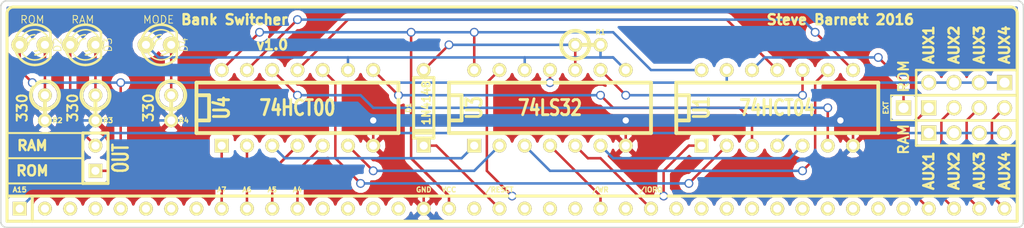
<source format=kicad_pcb>
(kicad_pcb (version 3) (host pcbnew "(2013-03-19 BZR 4004)-stable")

  (general
    (links 55)
    (no_connects 0)
    (area 113.589999 83.109999 216.610001 106.120001)
    (thickness 1.6)
    (drawings 39)
    (tracks 174)
    (zones 0)
    (modules 17)
    (nets 33)
  )

  (page A3)
  (layers
    (15 F.Cu signal)
    (0 B.Cu signal)
    (16 B.Adhes user)
    (17 F.Adhes user)
    (18 B.Paste user)
    (19 F.Paste user)
    (20 B.SilkS user)
    (21 F.SilkS user)
    (22 B.Mask user)
    (23 F.Mask user)
    (24 Dwgs.User user)
    (25 Cmts.User user)
    (26 Eco1.User user)
    (27 Eco2.User user)
    (28 Edge.Cuts user)
  )

  (setup
    (last_trace_width 0.254)
    (trace_clearance 0.254)
    (zone_clearance 0.508)
    (zone_45_only no)
    (trace_min 0.254)
    (segment_width 0.2)
    (edge_width 0.15)
    (via_size 0.889)
    (via_drill 0.635)
    (via_min_size 0.889)
    (via_min_drill 0.508)
    (uvia_size 0.508)
    (uvia_drill 0.127)
    (uvias_allowed no)
    (uvia_min_size 0.508)
    (uvia_min_drill 0.127)
    (pcb_text_width 0.3)
    (pcb_text_size 1 1)
    (mod_edge_width 0.3048)
    (mod_text_size 1 1)
    (mod_text_width 0.15)
    (pad_size 1.397 1.397)
    (pad_drill 0.8128)
    (pad_to_mask_clearance 0)
    (aux_axis_origin 0 0)
    (visible_elements 7FFFFFFF)
    (pcbplotparams
      (layerselection 3178497)
      (usegerberextensions true)
      (excludeedgelayer true)
      (linewidth 152400)
      (plotframeref false)
      (viasonmask false)
      (mode 1)
      (useauxorigin false)
      (hpglpennumber 1)
      (hpglpenspeed 20)
      (hpglpendiameter 15)
      (hpglpenoverlay 2)
      (psnegative false)
      (psa4output false)
      (plotreference true)
      (plotvalue true)
      (plotothertext true)
      (plotinvisibletext false)
      (padsonsilk false)
      (subtractmaskfromsilk false)
      (outputformat 1)
      (mirror false)
      (drillshape 1)
      (scaleselection 1)
      (outputdirectory ""))
  )

  (net 0 "")
  (net 1 //IORQ)
  (net 2 //WR)
  (net 3 /A15)
  (net 4 /A4)
  (net 5 /A5)
  (net 6 /A6)
  (net 7 /A7)
  (net 8 /AUX1)
  (net 9 /AUX2)
  (net 10 /AUX3)
  (net 11 /AUX4)
  (net 12 /RAM_A15)
  (net 13 /RESET)
  (net 14 /ROM_A15)
  (net 15 /mode)
  (net 16 GND)
  (net 17 N-0000024)
  (net 18 N-0000025)
  (net 19 N-0000029)
  (net 20 N-0000034)
  (net 21 N-0000035)
  (net 22 N-0000037)
  (net 23 N-0000038)
  (net 24 N-0000039)
  (net 25 N-0000040)
  (net 26 N-0000049)
  (net 27 N-0000054)
  (net 28 N-0000055)
  (net 29 N-0000056)
  (net 30 N-0000057)
  (net 31 N-0000058)
  (net 32 VCC)

  (net_class Default "This is the default net class."
    (clearance 0.254)
    (trace_width 0.254)
    (via_dia 0.889)
    (via_drill 0.635)
    (uvia_dia 0.508)
    (uvia_drill 0.127)
    (add_net "")
    (add_net //IORQ)
    (add_net //WR)
    (add_net /A15)
    (add_net /A4)
    (add_net /A5)
    (add_net /A6)
    (add_net /A7)
    (add_net /AUX1)
    (add_net /AUX2)
    (add_net /AUX3)
    (add_net /AUX4)
    (add_net /RAM_A15)
    (add_net /RESET)
    (add_net /ROM_A15)
    (add_net /mode)
    (add_net GND)
    (add_net N-0000024)
    (add_net N-0000025)
    (add_net N-0000029)
    (add_net N-0000034)
    (add_net N-0000035)
    (add_net N-0000037)
    (add_net N-0000038)
    (add_net N-0000039)
    (add_net N-0000040)
    (add_net N-0000049)
    (add_net N-0000054)
    (add_net N-0000055)
    (add_net N-0000056)
    (add_net N-0000057)
    (add_net N-0000058)
    (add_net VCC)
  )

  (module SIL-40 (layer F.Cu) (tedit 575EB42E) (tstamp 575F0AEF)
    (at 137.16 104.14)
    (descr "Connecteur 40 pins")
    (tags "CONN DEV")
    (path /575E8E08)
    (fp_text reference P1 (at 81.28 0 90) (layer F.SilkS) hide
      (effects (font (size 1.72974 1.08712) (thickness 0.27178)))
    )
    (fp_text value BUS (at -25.4 0 90) (layer F.SilkS) hide
      (effects (font (size 1.524 1.016) (thickness 0.254)))
    )
    (fp_line (start -22.86 -1.27) (end 78.74 -1.27) (layer F.SilkS) (width 0.3048))
    (fp_line (start 78.74 -1.27) (end 78.74 1.27) (layer F.SilkS) (width 0.3048))
    (fp_line (start 78.74 1.27) (end -22.86 1.27) (layer F.SilkS) (width 0.3048))
    (fp_line (start -22.86 1.27) (end -22.86 -1.27) (layer F.SilkS) (width 0.3048))
    (fp_line (start -20.32 -1.27) (end -20.32 1.27) (layer F.SilkS) (width 0.3048))
    (pad 1 thru_hole rect (at -21.59 0) (size 1.397 1.397) (drill 0.8128)
      (layers *.Cu *.Mask F.SilkS)
      (net 3 /A15)
    )
    (pad 2 thru_hole circle (at -19.05 0) (size 1.397 1.397) (drill 0.8128)
      (layers *.Cu *.Mask F.SilkS)
    )
    (pad 3 thru_hole circle (at -16.51 0) (size 1.397 1.397) (drill 0.8128)
      (layers *.Cu *.Mask F.SilkS)
    )
    (pad 4 thru_hole circle (at -13.97 0) (size 1.397 1.397) (drill 0.8128)
      (layers *.Cu *.Mask F.SilkS)
    )
    (pad 5 thru_hole circle (at -11.43 0) (size 1.397 1.397) (drill 0.8128)
      (layers *.Cu *.Mask F.SilkS)
    )
    (pad 6 thru_hole circle (at -8.89 0) (size 1.397 1.397) (drill 0.8128)
      (layers *.Cu *.Mask F.SilkS)
    )
    (pad 7 thru_hole circle (at -6.35 0) (size 1.397 1.397) (drill 0.8128)
      (layers *.Cu *.Mask F.SilkS)
    )
    (pad 8 thru_hole circle (at -3.81 0) (size 1.397 1.397) (drill 0.8128)
      (layers *.Cu *.Mask F.SilkS)
    )
    (pad 9 thru_hole circle (at -1.27 0) (size 1.397 1.397) (drill 0.8128)
      (layers *.Cu *.Mask F.SilkS)
      (net 7 /A7)
    )
    (pad 10 thru_hole circle (at 1.27 0) (size 1.397 1.397) (drill 0.8128)
      (layers *.Cu *.Mask F.SilkS)
      (net 6 /A6)
    )
    (pad 11 thru_hole circle (at 3.81 0) (size 1.397 1.397) (drill 0.8128)
      (layers *.Cu *.Mask F.SilkS)
      (net 5 /A5)
    )
    (pad 12 thru_hole circle (at 6.35 0) (size 1.397 1.397) (drill 0.8128)
      (layers *.Cu *.Mask F.SilkS)
      (net 4 /A4)
    )
    (pad 13 thru_hole circle (at 8.89 0) (size 1.397 1.397) (drill 0.8128)
      (layers *.Cu *.Mask F.SilkS)
    )
    (pad 14 thru_hole circle (at 11.43 0) (size 1.397 1.397) (drill 0.8128)
      (layers *.Cu *.Mask F.SilkS)
    )
    (pad 15 thru_hole circle (at 13.97 0) (size 1.397 1.397) (drill 0.8128)
      (layers *.Cu *.Mask F.SilkS)
    )
    (pad 16 thru_hole circle (at 16.51 0) (size 1.397 1.397) (drill 0.8128)
      (layers *.Cu *.Mask F.SilkS)
    )
    (pad 17 thru_hole circle (at 19.05 0) (size 1.397 1.397) (drill 0.8128)
      (layers *.Cu *.Mask F.SilkS)
      (net 16 GND)
    )
    (pad 18 thru_hole circle (at 21.59 0) (size 1.397 1.397) (drill 0.8128)
      (layers *.Cu *.Mask F.SilkS)
      (net 32 VCC)
    )
    (pad 19 thru_hole circle (at 24.13 0) (size 1.397 1.397) (drill 0.8128)
      (layers *.Cu *.Mask F.SilkS)
    )
    (pad 20 thru_hole circle (at 26.67 0) (size 1.397 1.397) (drill 0.8128)
      (layers *.Cu *.Mask F.SilkS)
      (net 13 /RESET)
    )
    (pad 21 thru_hole circle (at 29.21 0) (size 1.397 1.397) (drill 0.8128)
      (layers *.Cu *.Mask F.SilkS)
    )
    (pad 22 thru_hole circle (at 31.75 0) (size 1.397 1.397) (drill 0.8128)
      (layers *.Cu *.Mask F.SilkS)
    )
    (pad 23 thru_hole circle (at 34.29 0) (size 1.397 1.397) (drill 0.8128)
      (layers *.Cu *.Mask F.SilkS)
    )
    (pad 25 thru_hole circle (at 39.37 0) (size 1.397 1.397) (drill 0.8128)
      (layers *.Cu *.Mask F.SilkS)
    )
    (pad 26 thru_hole circle (at 41.91 0) (size 1.397 1.397) (drill 0.8128)
      (layers *.Cu *.Mask F.SilkS)
      (net 1 //IORQ)
    )
    (pad 27 thru_hole circle (at 44.45 0) (size 1.397 1.397) (drill 0.8128)
      (layers *.Cu *.Mask F.SilkS)
    )
    (pad 28 thru_hole circle (at 46.99 0) (size 1.397 1.397) (drill 0.8128)
      (layers *.Cu *.Mask F.SilkS)
    )
    (pad 29 thru_hole circle (at 49.53 0) (size 1.397 1.397) (drill 0.8128)
      (layers *.Cu *.Mask F.SilkS)
    )
    (pad 30 thru_hole circle (at 52.07 0) (size 1.397 1.397) (drill 0.8128)
      (layers *.Cu *.Mask F.SilkS)
    )
    (pad 31 thru_hole circle (at 54.61 0) (size 1.397 1.397) (drill 0.8128)
      (layers *.Cu *.Mask F.SilkS)
    )
    (pad 32 thru_hole circle (at 57.15 0) (size 1.397 1.397) (drill 0.8128)
      (layers *.Cu *.Mask F.SilkS)
    )
    (pad 33 thru_hole circle (at 59.69 0) (size 1.397 1.397) (drill 0.8128)
      (layers *.Cu *.Mask F.SilkS)
    )
    (pad 34 thru_hole circle (at 62.23 0) (size 1.397 1.397) (drill 0.8128)
      (layers *.Cu *.Mask F.SilkS)
    )
    (pad 35 thru_hole circle (at 64.77 0) (size 1.397 1.397) (drill 0.8128)
      (layers *.Cu *.Mask F.SilkS)
    )
    (pad 36 thru_hole circle (at 67.31 0) (size 1.397 1.397) (drill 0.8128)
      (layers *.Cu *.Mask F.SilkS)
    )
    (pad 37 thru_hole circle (at 69.85 0) (size 1.397 1.397) (drill 0.8128)
      (layers *.Cu *.Mask F.SilkS)
      (net 8 /AUX1)
    )
    (pad 38 thru_hole circle (at 72.39 0) (size 1.397 1.397) (drill 0.8128)
      (layers *.Cu *.Mask F.SilkS)
      (net 9 /AUX2)
    )
    (pad 39 thru_hole circle (at 74.93 0) (size 1.397 1.397) (drill 0.8128)
      (layers *.Cu *.Mask F.SilkS)
      (net 10 /AUX3)
    )
    (pad 40 thru_hole circle (at 77.47 0) (size 1.397 1.397) (drill 0.8128)
      (layers *.Cu *.Mask F.SilkS)
      (net 11 /AUX4)
    )
    (pad 24 thru_hole circle (at 36.83 0) (size 1.397 1.397) (drill 0.8128)
      (layers *.Cu *.Mask F.SilkS)
      (net 2 //WR)
    )
  )

  (module SIL-2 (layer F.Cu) (tedit 575EB442) (tstamp 575E92EC)
    (at 123.19 99.06 90)
    (descr "Connecteurs 2 pins")
    (tags "CONN DEV")
    (path /575E8DC7)
    (fp_text reference P3 (at 0 5.08 90) (layer F.SilkS) hide
      (effects (font (size 1.72974 1.08712) (thickness 0.27178)))
    )
    (fp_text value OUT (at 0 2.54 90) (layer F.SilkS)
      (effects (font (size 1.524 1.016) (thickness 0.254)))
    )
    (fp_line (start -2.54 1.27) (end -2.54 -1.27) (layer F.SilkS) (width 0.3048))
    (fp_line (start -2.54 -1.27) (end 2.54 -1.27) (layer F.SilkS) (width 0.3048))
    (fp_line (start 2.54 -1.27) (end 2.54 1.27) (layer F.SilkS) (width 0.3048))
    (fp_line (start 2.54 1.27) (end -2.54 1.27) (layer F.SilkS) (width 0.3048))
    (pad 1 thru_hole rect (at -1.27 0 90) (size 1.397 1.397) (drill 0.8128)
      (layers *.Cu *.Mask F.SilkS)
      (net 14 /ROM_A15)
    )
    (pad 2 thru_hole circle (at 1.27 0 90) (size 1.397 1.397) (drill 0.8128)
      (layers *.Cu *.Mask F.SilkS)
      (net 12 /RAM_A15)
    )
  )

  (module DIP-14__300 (layer F.Cu) (tedit 575EA7CD) (tstamp 575E935E)
    (at 191.77 93.98)
    (descr "14 pins DIL package, round pads")
    (tags DIL)
    (path /575E8C5F)
    (fp_text reference U1 (at -7.62 0 90) (layer F.SilkS)
      (effects (font (size 1.524 1.143) (thickness 0.3048)))
    )
    (fp_text value 74HCT04 (at 0 0) (layer F.SilkS)
      (effects (font (size 1.524 1.143) (thickness 0.3048)))
    )
    (fp_line (start -10.16 -2.54) (end 10.16 -2.54) (layer F.SilkS) (width 0.381))
    (fp_line (start 10.16 2.54) (end -10.16 2.54) (layer F.SilkS) (width 0.381))
    (fp_line (start -10.16 2.54) (end -10.16 -2.54) (layer F.SilkS) (width 0.381))
    (fp_line (start -10.16 -1.27) (end -8.89 -1.27) (layer F.SilkS) (width 0.381))
    (fp_line (start -8.89 -1.27) (end -8.89 1.27) (layer F.SilkS) (width 0.381))
    (fp_line (start -8.89 1.27) (end -10.16 1.27) (layer F.SilkS) (width 0.381))
    (fp_line (start 10.16 -2.54) (end 10.16 2.54) (layer F.SilkS) (width 0.381))
    (pad 1 thru_hole rect (at -7.62 3.81) (size 1.397 1.397) (drill 0.8128)
      (layers *.Cu *.Mask F.SilkS)
      (net 3 /A15)
    )
    (pad 2 thru_hole circle (at -5.08 3.81) (size 1.397 1.397) (drill 0.8128)
      (layers *.Cu *.Mask F.SilkS)
      (net 27 N-0000054)
    )
    (pad 3 thru_hole circle (at -2.54 3.81) (size 1.397 1.397) (drill 0.8128)
      (layers *.Cu *.Mask F.SilkS)
      (net 26 N-0000049)
    )
    (pad 4 thru_hole circle (at 0 3.81) (size 1.397 1.397) (drill 0.8128)
      (layers *.Cu *.Mask F.SilkS)
      (net 12 /RAM_A15)
    )
    (pad 5 thru_hole circle (at 2.54 3.81) (size 1.397 1.397) (drill 0.8128)
      (layers *.Cu *.Mask F.SilkS)
      (net 28 N-0000055)
    )
    (pad 6 thru_hole circle (at 5.08 3.81) (size 1.397 1.397) (drill 0.8128)
      (layers *.Cu *.Mask F.SilkS)
      (net 20 N-0000034)
    )
    (pad 7 thru_hole circle (at 7.62 3.81) (size 1.397 1.397) (drill 0.8128)
      (layers *.Cu *.Mask F.SilkS)
      (net 16 GND)
    )
    (pad 8 thru_hole circle (at 7.62 -3.81) (size 1.397 1.397) (drill 0.8128)
      (layers *.Cu *.Mask F.SilkS)
      (net 19 N-0000029)
    )
    (pad 9 thru_hole circle (at 5.08 -3.81) (size 1.397 1.397) (drill 0.8128)
      (layers *.Cu *.Mask F.SilkS)
      (net 30 N-0000057)
    )
    (pad 10 thru_hole circle (at 2.54 -3.81) (size 1.397 1.397) (drill 0.8128)
      (layers *.Cu *.Mask F.SilkS)
      (net 17 N-0000024)
    )
    (pad 11 thru_hole circle (at 0 -3.81) (size 1.397 1.397) (drill 0.8128)
      (layers *.Cu *.Mask F.SilkS)
      (net 18 N-0000025)
    )
    (pad 12 thru_hole circle (at -2.54 -3.81) (size 1.397 1.397) (drill 0.8128)
      (layers *.Cu *.Mask F.SilkS)
      (net 25 N-0000040)
    )
    (pad 13 thru_hole circle (at -5.08 -3.81) (size 1.397 1.397) (drill 0.8128)
      (layers *.Cu *.Mask F.SilkS)
      (net 14 /ROM_A15)
    )
    (pad 14 thru_hole circle (at -7.62 -3.81) (size 1.397 1.397) (drill 0.8128)
      (layers *.Cu *.Mask F.SilkS)
      (net 32 VCC)
    )
    (model dil/dil_14.wrl
      (at (xyz 0 0 0))
      (scale (xyz 1 1 1))
      (rotate (xyz 0 0 0))
    )
  )

  (module DIP-14__300 (layer F.Cu) (tedit 575EA7B1) (tstamp 575E9377)
    (at 143.51 93.98)
    (descr "14 pins DIL package, round pads")
    (tags DIL)
    (path /575E8C9F)
    (fp_text reference U4 (at -7.62 0 90) (layer F.SilkS)
      (effects (font (size 1.524 1.143) (thickness 0.3048)))
    )
    (fp_text value 74HCT00 (at 0 0) (layer F.SilkS)
      (effects (font (size 1.524 1.143) (thickness 0.3048)))
    )
    (fp_line (start -10.16 -2.54) (end 10.16 -2.54) (layer F.SilkS) (width 0.381))
    (fp_line (start 10.16 2.54) (end -10.16 2.54) (layer F.SilkS) (width 0.381))
    (fp_line (start -10.16 2.54) (end -10.16 -2.54) (layer F.SilkS) (width 0.381))
    (fp_line (start -10.16 -1.27) (end -8.89 -1.27) (layer F.SilkS) (width 0.381))
    (fp_line (start -8.89 -1.27) (end -8.89 1.27) (layer F.SilkS) (width 0.381))
    (fp_line (start -8.89 1.27) (end -10.16 1.27) (layer F.SilkS) (width 0.381))
    (fp_line (start 10.16 -2.54) (end 10.16 2.54) (layer F.SilkS) (width 0.381))
    (pad 1 thru_hole rect (at -7.62 3.81) (size 1.397 1.397) (drill 0.8128)
      (layers *.Cu *.Mask F.SilkS)
      (net 7 /A7)
    )
    (pad 2 thru_hole circle (at -5.08 3.81) (size 1.397 1.397) (drill 0.8128)
      (layers *.Cu *.Mask F.SilkS)
      (net 6 /A6)
    )
    (pad 3 thru_hole circle (at -2.54 3.81) (size 1.397 1.397) (drill 0.8128)
      (layers *.Cu *.Mask F.SilkS)
      (net 29 N-0000056)
    )
    (pad 4 thru_hole circle (at 0 3.81) (size 1.397 1.397) (drill 0.8128)
      (layers *.Cu *.Mask F.SilkS)
      (net 5 /A5)
    )
    (pad 5 thru_hole circle (at 2.54 3.81) (size 1.397 1.397) (drill 0.8128)
      (layers *.Cu *.Mask F.SilkS)
      (net 4 /A4)
    )
    (pad 6 thru_hole circle (at 5.08 3.81) (size 1.397 1.397) (drill 0.8128)
      (layers *.Cu *.Mask F.SilkS)
      (net 31 N-0000058)
    )
    (pad 7 thru_hole circle (at 7.62 3.81) (size 1.397 1.397) (drill 0.8128)
      (layers *.Cu *.Mask F.SilkS)
      (net 16 GND)
    )
    (pad 8 thru_hole circle (at 7.62 -3.81) (size 1.397 1.397) (drill 0.8128)
      (layers *.Cu *.Mask F.SilkS)
      (net 26 N-0000049)
    )
    (pad 9 thru_hole circle (at 5.08 -3.81) (size 1.397 1.397) (drill 0.8128)
      (layers *.Cu *.Mask F.SilkS)
      (net 15 /mode)
    )
    (pad 10 thru_hole circle (at 2.54 -3.81) (size 1.397 1.397) (drill 0.8128)
      (layers *.Cu *.Mask F.SilkS)
      (net 27 N-0000054)
    )
    (pad 11 thru_hole circle (at 0 -3.81) (size 1.397 1.397) (drill 0.8128)
      (layers *.Cu *.Mask F.SilkS)
      (net 18 N-0000025)
    )
    (pad 12 thru_hole circle (at -2.54 -3.81) (size 1.397 1.397) (drill 0.8128)
      (layers *.Cu *.Mask F.SilkS)
      (net 20 N-0000034)
    )
    (pad 13 thru_hole circle (at -5.08 -3.81) (size 1.397 1.397) (drill 0.8128)
      (layers *.Cu *.Mask F.SilkS)
      (net 19 N-0000029)
    )
    (pad 14 thru_hole circle (at -7.62 -3.81) (size 1.397 1.397) (drill 0.8128)
      (layers *.Cu *.Mask F.SilkS)
      (net 32 VCC)
    )
    (model dil/dil_14.wrl
      (at (xyz 0 0 0))
      (scale (xyz 1 1 1))
      (rotate (xyz 0 0 0))
    )
  )

  (module DIP-14__300 (layer F.Cu) (tedit 575EA7C9) (tstamp 575E9390)
    (at 168.91 93.98)
    (descr "14 pins DIL package, round pads")
    (tags DIL)
    (path /5754A149)
    (fp_text reference U3 (at -7.62 0 90) (layer F.SilkS)
      (effects (font (size 1.524 1.143) (thickness 0.3048)))
    )
    (fp_text value 74LS32 (at 0 0) (layer F.SilkS)
      (effects (font (size 1.524 1.143) (thickness 0.28575)))
    )
    (fp_line (start -10.16 -2.54) (end 10.16 -2.54) (layer F.SilkS) (width 0.381))
    (fp_line (start 10.16 2.54) (end -10.16 2.54) (layer F.SilkS) (width 0.381))
    (fp_line (start -10.16 2.54) (end -10.16 -2.54) (layer F.SilkS) (width 0.381))
    (fp_line (start -10.16 -1.27) (end -8.89 -1.27) (layer F.SilkS) (width 0.381))
    (fp_line (start -8.89 -1.27) (end -8.89 1.27) (layer F.SilkS) (width 0.381))
    (fp_line (start -8.89 1.27) (end -10.16 1.27) (layer F.SilkS) (width 0.381))
    (fp_line (start 10.16 -2.54) (end 10.16 2.54) (layer F.SilkS) (width 0.381))
    (pad 1 thru_hole rect (at -7.62 3.81) (size 1.397 1.397) (drill 0.8128)
      (layers *.Cu *.Mask F.SilkS)
      (net 29 N-0000056)
    )
    (pad 2 thru_hole circle (at -5.08 3.81) (size 1.397 1.397) (drill 0.8128)
      (layers *.Cu *.Mask F.SilkS)
      (net 31 N-0000058)
    )
    (pad 3 thru_hole circle (at -2.54 3.81) (size 1.397 1.397) (drill 0.8128)
      (layers *.Cu *.Mask F.SilkS)
      (net 30 N-0000057)
    )
    (pad 4 thru_hole circle (at 0 3.81) (size 1.397 1.397) (drill 0.8128)
      (layers *.Cu *.Mask F.SilkS)
      (net 2 //WR)
    )
    (pad 5 thru_hole circle (at 2.54 3.81) (size 1.397 1.397) (drill 0.8128)
      (layers *.Cu *.Mask F.SilkS)
      (net 1 //IORQ)
    )
    (pad 6 thru_hole circle (at 5.08 3.81) (size 1.397 1.397) (drill 0.8128)
      (layers *.Cu *.Mask F.SilkS)
      (net 28 N-0000055)
    )
    (pad 7 thru_hole circle (at 7.62 3.81) (size 1.397 1.397) (drill 0.8128)
      (layers *.Cu *.Mask F.SilkS)
      (net 16 GND)
    )
    (pad 8 thru_hole circle (at 7.62 -3.81) (size 1.397 1.397) (drill 0.8128)
      (layers *.Cu *.Mask F.SilkS)
      (net 15 /mode)
    )
    (pad 9 thru_hole circle (at 5.08 -3.81) (size 1.397 1.397) (drill 0.8128)
      (layers *.Cu *.Mask F.SilkS)
      (net 17 N-0000024)
    )
    (pad 10 thru_hole circle (at 2.54 -3.81) (size 1.397 1.397) (drill 0.8128)
      (layers *.Cu *.Mask F.SilkS)
      (net 21 N-0000035)
    )
    (pad 11 thru_hole circle (at 0 -3.81) (size 1.397 1.397) (drill 0.8128)
      (layers *.Cu *.Mask F.SilkS)
      (net 14 /ROM_A15)
    )
    (pad 12 thru_hole circle (at -2.54 -3.81) (size 1.397 1.397) (drill 0.8128)
      (layers *.Cu *.Mask F.SilkS)
      (net 15 /mode)
    )
    (pad 13 thru_hole circle (at -5.08 -3.81) (size 1.397 1.397) (drill 0.8128)
      (layers *.Cu *.Mask F.SilkS)
      (net 3 /A15)
    )
    (pad 14 thru_hole circle (at -7.62 -3.81) (size 1.397 1.397) (drill 0.8128)
      (layers *.Cu *.Mask F.SilkS)
      (net 32 VCC)
    )
    (model dil/dil_14.wrl
      (at (xyz 0 0 0))
      (scale (xyz 1 1 1))
      (rotate (xyz 0 0 0))
    )
  )

  (module LED-3MM (layer F.Cu) (tedit 575EB4A9) (tstamp 575EF3D3)
    (at 116.84 87.63)
    (descr "LED 3mm - Lead pitch 100mil (2,54mm)")
    (tags "LED led 3mm 3MM 100mil 2,54mm")
    (path /575ECED4)
    (fp_text reference D2 (at 2.54 0 90) (layer F.SilkS)
      (effects (font (size 0.762 0.762) (thickness 0.0889)))
    )
    (fp_text value ROM (at 0 -2.54) (layer F.SilkS)
      (effects (font (size 0.762 0.762) (thickness 0.0889)))
    )
    (fp_line (start 1.8288 1.27) (end 1.8288 -1.27) (layer F.SilkS) (width 0.254))
    (fp_arc (start 0.254 0) (end -1.27 0) (angle 39.8) (layer F.SilkS) (width 0.1524))
    (fp_arc (start 0.254 0) (end -0.88392 1.01092) (angle 41.6) (layer F.SilkS) (width 0.1524))
    (fp_arc (start 0.254 0) (end 1.4097 -0.9906) (angle 40.6) (layer F.SilkS) (width 0.1524))
    (fp_arc (start 0.254 0) (end 1.778 0) (angle 39.8) (layer F.SilkS) (width 0.1524))
    (fp_arc (start 0.254 0) (end 0.254 -1.524) (angle 54.4) (layer F.SilkS) (width 0.1524))
    (fp_arc (start 0.254 0) (end -0.9652 -0.9144) (angle 53.1) (layer F.SilkS) (width 0.1524))
    (fp_arc (start 0.254 0) (end 1.45542 0.93472) (angle 52.1) (layer F.SilkS) (width 0.1524))
    (fp_arc (start 0.254 0) (end 0.254 1.524) (angle 52.1) (layer F.SilkS) (width 0.1524))
    (fp_arc (start 0.254 0) (end -0.381 0) (angle 90) (layer F.SilkS) (width 0.1524))
    (fp_arc (start 0.254 0) (end -0.762 0) (angle 90) (layer F.SilkS) (width 0.1524))
    (fp_arc (start 0.254 0) (end 0.889 0) (angle 90) (layer F.SilkS) (width 0.1524))
    (fp_arc (start 0.254 0) (end 1.27 0) (angle 90) (layer F.SilkS) (width 0.1524))
    (fp_arc (start 0.254 0) (end 0.254 -2.032) (angle 50.1) (layer F.SilkS) (width 0.254))
    (fp_arc (start 0.254 0) (end -1.5367 -0.95504) (angle 61.9) (layer F.SilkS) (width 0.254))
    (fp_arc (start 0.254 0) (end 1.8034 1.31064) (angle 49.7) (layer F.SilkS) (width 0.254))
    (fp_arc (start 0.254 0) (end 0.254 2.032) (angle 60.2) (layer F.SilkS) (width 0.254))
    (fp_arc (start 0.254 0) (end -1.778 0) (angle 28.3) (layer F.SilkS) (width 0.254))
    (fp_arc (start 0.254 0) (end -1.47574 1.06426) (angle 31.6) (layer F.SilkS) (width 0.254))
    (pad 1 thru_hole circle (at -1.27 0) (size 1.6764 1.6764) (drill 0.8128)
      (layers *.Cu *.Mask F.SilkS)
      (net 14 /ROM_A15)
    )
    (pad 2 thru_hole circle (at 1.27 0) (size 1.6764 1.6764) (drill 0.8128)
      (layers *.Cu *.Mask F.SilkS)
      (net 22 N-0000037)
    )
    (model discret/leds/led3_vertical_verde.wrl
      (at (xyz 0 0 0))
      (scale (xyz 1 1 1))
      (rotate (xyz 0 0 0))
    )
  )

  (module LED-3MM (layer F.Cu) (tedit 575EB4A7) (tstamp 575EF3EC)
    (at 121.92 87.63)
    (descr "LED 3mm - Lead pitch 100mil (2,54mm)")
    (tags "LED led 3mm 3MM 100mil 2,54mm")
    (path /575ECEE1)
    (fp_text reference D3 (at 2.54 0 90) (layer F.SilkS)
      (effects (font (size 0.762 0.762) (thickness 0.0889)))
    )
    (fp_text value RAM (at 0 -2.54) (layer F.SilkS)
      (effects (font (size 0.762 0.762) (thickness 0.0889)))
    )
    (fp_line (start 1.8288 1.27) (end 1.8288 -1.27) (layer F.SilkS) (width 0.254))
    (fp_arc (start 0.254 0) (end -1.27 0) (angle 39.8) (layer F.SilkS) (width 0.1524))
    (fp_arc (start 0.254 0) (end -0.88392 1.01092) (angle 41.6) (layer F.SilkS) (width 0.1524))
    (fp_arc (start 0.254 0) (end 1.4097 -0.9906) (angle 40.6) (layer F.SilkS) (width 0.1524))
    (fp_arc (start 0.254 0) (end 1.778 0) (angle 39.8) (layer F.SilkS) (width 0.1524))
    (fp_arc (start 0.254 0) (end 0.254 -1.524) (angle 54.4) (layer F.SilkS) (width 0.1524))
    (fp_arc (start 0.254 0) (end -0.9652 -0.9144) (angle 53.1) (layer F.SilkS) (width 0.1524))
    (fp_arc (start 0.254 0) (end 1.45542 0.93472) (angle 52.1) (layer F.SilkS) (width 0.1524))
    (fp_arc (start 0.254 0) (end 0.254 1.524) (angle 52.1) (layer F.SilkS) (width 0.1524))
    (fp_arc (start 0.254 0) (end -0.381 0) (angle 90) (layer F.SilkS) (width 0.1524))
    (fp_arc (start 0.254 0) (end -0.762 0) (angle 90) (layer F.SilkS) (width 0.1524))
    (fp_arc (start 0.254 0) (end 0.889 0) (angle 90) (layer F.SilkS) (width 0.1524))
    (fp_arc (start 0.254 0) (end 1.27 0) (angle 90) (layer F.SilkS) (width 0.1524))
    (fp_arc (start 0.254 0) (end 0.254 -2.032) (angle 50.1) (layer F.SilkS) (width 0.254))
    (fp_arc (start 0.254 0) (end -1.5367 -0.95504) (angle 61.9) (layer F.SilkS) (width 0.254))
    (fp_arc (start 0.254 0) (end 1.8034 1.31064) (angle 49.7) (layer F.SilkS) (width 0.254))
    (fp_arc (start 0.254 0) (end 0.254 2.032) (angle 60.2) (layer F.SilkS) (width 0.254))
    (fp_arc (start 0.254 0) (end -1.778 0) (angle 28.3) (layer F.SilkS) (width 0.254))
    (fp_arc (start 0.254 0) (end -1.47574 1.06426) (angle 31.6) (layer F.SilkS) (width 0.254))
    (pad 1 thru_hole circle (at -1.27 0) (size 1.6764 1.6764) (drill 0.8128)
      (layers *.Cu *.Mask F.SilkS)
      (net 12 /RAM_A15)
    )
    (pad 2 thru_hole circle (at 1.27 0) (size 1.6764 1.6764) (drill 0.8128)
      (layers *.Cu *.Mask F.SilkS)
      (net 24 N-0000039)
    )
    (model discret/leds/led3_vertical_verde.wrl
      (at (xyz 0 0 0))
      (scale (xyz 1 1 1))
      (rotate (xyz 0 0 0))
    )
  )

  (module LED-3MM (layer F.Cu) (tedit 575EB4AB) (tstamp 575EF405)
    (at 129.54 87.63)
    (descr "LED 3mm - Lead pitch 100mil (2,54mm)")
    (tags "LED led 3mm 3MM 100mil 2,54mm")
    (path /575ECEE7)
    (fp_text reference D4 (at 2.54 0 90) (layer F.SilkS)
      (effects (font (size 0.762 0.762) (thickness 0.0889)))
    )
    (fp_text value MODE (at 0 -2.54) (layer F.SilkS)
      (effects (font (size 0.762 0.762) (thickness 0.0889)))
    )
    (fp_line (start 1.8288 1.27) (end 1.8288 -1.27) (layer F.SilkS) (width 0.254))
    (fp_arc (start 0.254 0) (end -1.27 0) (angle 39.8) (layer F.SilkS) (width 0.1524))
    (fp_arc (start 0.254 0) (end -0.88392 1.01092) (angle 41.6) (layer F.SilkS) (width 0.1524))
    (fp_arc (start 0.254 0) (end 1.4097 -0.9906) (angle 40.6) (layer F.SilkS) (width 0.1524))
    (fp_arc (start 0.254 0) (end 1.778 0) (angle 39.8) (layer F.SilkS) (width 0.1524))
    (fp_arc (start 0.254 0) (end 0.254 -1.524) (angle 54.4) (layer F.SilkS) (width 0.1524))
    (fp_arc (start 0.254 0) (end -0.9652 -0.9144) (angle 53.1) (layer F.SilkS) (width 0.1524))
    (fp_arc (start 0.254 0) (end 1.45542 0.93472) (angle 52.1) (layer F.SilkS) (width 0.1524))
    (fp_arc (start 0.254 0) (end 0.254 1.524) (angle 52.1) (layer F.SilkS) (width 0.1524))
    (fp_arc (start 0.254 0) (end -0.381 0) (angle 90) (layer F.SilkS) (width 0.1524))
    (fp_arc (start 0.254 0) (end -0.762 0) (angle 90) (layer F.SilkS) (width 0.1524))
    (fp_arc (start 0.254 0) (end 0.889 0) (angle 90) (layer F.SilkS) (width 0.1524))
    (fp_arc (start 0.254 0) (end 1.27 0) (angle 90) (layer F.SilkS) (width 0.1524))
    (fp_arc (start 0.254 0) (end 0.254 -2.032) (angle 50.1) (layer F.SilkS) (width 0.254))
    (fp_arc (start 0.254 0) (end -1.5367 -0.95504) (angle 61.9) (layer F.SilkS) (width 0.254))
    (fp_arc (start 0.254 0) (end 1.8034 1.31064) (angle 49.7) (layer F.SilkS) (width 0.254))
    (fp_arc (start 0.254 0) (end 0.254 2.032) (angle 60.2) (layer F.SilkS) (width 0.254))
    (fp_arc (start 0.254 0) (end -1.778 0) (angle 28.3) (layer F.SilkS) (width 0.254))
    (fp_arc (start 0.254 0) (end -1.47574 1.06426) (angle 31.6) (layer F.SilkS) (width 0.254))
    (pad 1 thru_hole circle (at -1.27 0) (size 1.6764 1.6764) (drill 0.8128)
      (layers *.Cu *.Mask F.SilkS)
      (net 15 /mode)
    )
    (pad 2 thru_hole circle (at 1.27 0) (size 1.6764 1.6764) (drill 0.8128)
      (layers *.Cu *.Mask F.SilkS)
      (net 23 N-0000038)
    )
    (model discret/leds/led3_vertical_verde.wrl
      (at (xyz 0 0 0))
      (scale (xyz 1 1 1))
      (rotate (xyz 0 0 0))
    )
  )

  (module D3 (layer F.Cu) (tedit 575EB650) (tstamp 575E939E)
    (at 156.21 93.98 270)
    (descr "Diode 3 pas")
    (tags "DIODE DEV")
    (path /575E9745)
    (fp_text reference D1 (at 0 1.524 270) (layer F.SilkS)
      (effects (font (size 0.5 0.5) (thickness 0.125)))
    )
    (fp_text value 1N4148 (at -0.508 -0.254 270) (layer F.SilkS)
      (effects (font (size 0.786 0.768) (thickness 0.192)))
    )
    (fp_line (start 3.81 0) (end 3.048 0) (layer F.SilkS) (width 0.3048))
    (fp_line (start 3.048 0) (end 3.048 -1.016) (layer F.SilkS) (width 0.3048))
    (fp_line (start 3.048 -1.016) (end -3.048 -1.016) (layer F.SilkS) (width 0.3048))
    (fp_line (start -3.048 -1.016) (end -3.048 0) (layer F.SilkS) (width 0.3048))
    (fp_line (start -3.048 0) (end -3.81 0) (layer F.SilkS) (width 0.3048))
    (fp_line (start -3.048 0) (end -3.048 1.016) (layer F.SilkS) (width 0.3048))
    (fp_line (start -3.048 1.016) (end 3.048 1.016) (layer F.SilkS) (width 0.3048))
    (fp_line (start 3.048 1.016) (end 3.048 0) (layer F.SilkS) (width 0.3048))
    (fp_line (start 2.54 -1.016) (end 2.54 1.016) (layer F.SilkS) (width 0.3048))
    (fp_line (start 2.286 1.016) (end 2.286 -1.016) (layer F.SilkS) (width 0.3048))
    (pad 2 thru_hole rect (at 3.81 0 270) (size 1.397 1.397) (drill 0.8128)
      (layers *.Cu *.Mask F.SilkS)
      (net 13 /RESET)
    )
    (pad 1 thru_hole circle (at -3.81 0 270) (size 1.397 1.397) (drill 0.8128)
      (layers *.Cu *.Mask F.SilkS)
      (net 21 N-0000035)
    )
    (model discret/diode.wrl
      (at (xyz 0 0 0))
      (scale (xyz 0.3 0.3 0.3))
      (rotate (xyz 0 0 0))
    )
  )

  (module R1 (layer F.Cu) (tedit 575EB516) (tstamp 575E930C)
    (at 172.72 87.63)
    (descr "Resistance verticale")
    (tags R)
    (path /575E9960)
    (autoplace_cost90 10)
    (autoplace_cost180 10)
    (fp_text reference R1 (at 1.27 -1.27) (layer F.SilkS)
      (effects (font (size 0.5 0.5) (thickness 0.125)))
    )
    (fp_text value 1K2 (at -3.556 0 90) (layer F.SilkS) hide
      (effects (font (size 1 1) (thickness 0.2032)))
    )
    (fp_line (start -1.27 0) (end 1.27 0) (layer F.SilkS) (width 0.381))
    (fp_circle (center -1.27 0) (end -0.635 1.27) (layer F.SilkS) (width 0.381))
    (pad 1 thru_hole circle (at -1.27 0) (size 1.397 1.397) (drill 0.8128)
      (layers *.Cu *.Mask F.SilkS)
      (net 21 N-0000035)
    )
    (pad 2 thru_hole circle (at 1.27 0) (size 1.397 1.397) (drill 0.8128)
      (layers *.Cu *.Mask F.SilkS)
      (net 15 /mode)
    )
    (model discret/verti_resistor.wrl
      (at (xyz 0 0 0))
      (scale (xyz 1 1 1))
      (rotate (xyz 0 0 0))
    )
  )

  (module R1 (layer F.Cu) (tedit 575EB490) (tstamp 575EF39E)
    (at 118.11 93.98 270)
    (descr "Resistance verticale")
    (tags R)
    (path /575ED1CD)
    (autoplace_cost90 10)
    (autoplace_cost180 10)
    (fp_text reference R2 (at 1.27 -1.27 360) (layer F.SilkS)
      (effects (font (size 0.5 0.5) (thickness 0.125)))
    )
    (fp_text value 330 (at 0 2.286 270) (layer F.SilkS)
      (effects (font (size 1 1) (thickness 0.2032)))
    )
    (fp_line (start -1.27 0) (end 1.27 0) (layer F.SilkS) (width 0.381))
    (fp_circle (center -1.27 0) (end -0.635 1.27) (layer F.SilkS) (width 0.381))
    (pad 1 thru_hole circle (at -1.27 0 270) (size 1.397 1.397) (drill 0.8128)
      (layers *.Cu *.Mask F.SilkS)
      (net 22 N-0000037)
    )
    (pad 2 thru_hole circle (at 1.27 0 270) (size 1.397 1.397) (drill 0.8128)
      (layers *.Cu *.Mask F.SilkS)
      (net 16 GND)
    )
    (model discret/verti_resistor.wrl
      (at (xyz 0 0 0))
      (scale (xyz 1 1 1))
      (rotate (xyz 0 0 0))
    )
  )

  (module R1 (layer F.Cu) (tedit 575EB493) (tstamp 575EF3AC)
    (at 123.19 93.98 270)
    (descr "Resistance verticale")
    (tags R)
    (path /575ED1DA)
    (autoplace_cost90 10)
    (autoplace_cost180 10)
    (fp_text reference R3 (at 1.27 -1.27 360) (layer F.SilkS)
      (effects (font (size 0.5 0.5) (thickness 0.125)))
    )
    (fp_text value 330 (at 0 2.286 270) (layer F.SilkS)
      (effects (font (size 1 1) (thickness 0.2032)))
    )
    (fp_line (start -1.27 0) (end 1.27 0) (layer F.SilkS) (width 0.381))
    (fp_circle (center -1.27 0) (end -0.635 1.27) (layer F.SilkS) (width 0.381))
    (pad 1 thru_hole circle (at -1.27 0 270) (size 1.397 1.397) (drill 0.8128)
      (layers *.Cu *.Mask F.SilkS)
      (net 24 N-0000039)
    )
    (pad 2 thru_hole circle (at 1.27 0 270) (size 1.397 1.397) (drill 0.8128)
      (layers *.Cu *.Mask F.SilkS)
      (net 16 GND)
    )
    (model discret/verti_resistor.wrl
      (at (xyz 0 0 0))
      (scale (xyz 1 1 1))
      (rotate (xyz 0 0 0))
    )
  )

  (module R1 (layer F.Cu) (tedit 575EB497) (tstamp 575F08A0)
    (at 130.81 93.98 270)
    (descr "Resistance verticale")
    (tags R)
    (path /575ED1E0)
    (autoplace_cost90 10)
    (autoplace_cost180 10)
    (fp_text reference R4 (at 1.27 -1.27 360) (layer F.SilkS)
      (effects (font (size 0.5 0.5) (thickness 0.125)))
    )
    (fp_text value 330 (at 0 2.286 270) (layer F.SilkS)
      (effects (font (size 1 1) (thickness 0.2032)))
    )
    (fp_line (start -1.27 0) (end 1.27 0) (layer F.SilkS) (width 0.381))
    (fp_circle (center -1.27 0) (end -0.635 1.27) (layer F.SilkS) (width 0.381))
    (pad 1 thru_hole circle (at -1.27 0 270) (size 1.397 1.397) (drill 0.8128)
      (layers *.Cu *.Mask F.SilkS)
      (net 23 N-0000038)
    )
    (pad 2 thru_hole circle (at 1.27 0 270) (size 1.397 1.397) (drill 0.8128)
      (layers *.Cu *.Mask F.SilkS)
      (net 16 GND)
    )
    (model discret/verti_resistor.wrl
      (at (xyz 0 0 0))
      (scale (xyz 1 1 1))
      (rotate (xyz 0 0 0))
    )
  )

  (module PIN_ARRAY_4x1 (layer F.Cu) (tedit 575EB427) (tstamp 575F0146)
    (at 210.82 91.44 180)
    (descr "Double rangee de contacts 2 x 5 pins")
    (tags CONN)
    (path /575ED8DB)
    (fp_text reference P2 (at -7.62 0 270) (layer F.SilkS) hide
      (effects (font (size 1.016 1.016) (thickness 0.2032)))
    )
    (fp_text value ROM (at 6.35 0.635 270) (layer F.SilkS)
      (effects (font (size 1.016 1.016) (thickness 0.2032)))
    )
    (fp_line (start 5.08 1.27) (end -5.08 1.27) (layer F.SilkS) (width 0.254))
    (fp_line (start 5.08 -1.27) (end -5.08 -1.27) (layer F.SilkS) (width 0.254))
    (fp_line (start -5.08 -1.27) (end -5.08 1.27) (layer F.SilkS) (width 0.254))
    (fp_line (start 5.08 1.27) (end 5.08 -1.27) (layer F.SilkS) (width 0.254))
    (pad 1 thru_hole rect (at -3.81 0 180) (size 1.524 1.524) (drill 1.016)
      (layers *.Cu *.Mask F.SilkS)
      (net 14 /ROM_A15)
    )
    (pad 2 thru_hole circle (at -1.27 0 180) (size 1.524 1.524) (drill 1.016)
      (layers *.Cu *.Mask F.SilkS)
      (net 14 /ROM_A15)
    )
    (pad 3 thru_hole circle (at 1.27 0 180) (size 1.524 1.524) (drill 1.016)
      (layers *.Cu *.Mask F.SilkS)
      (net 14 /ROM_A15)
    )
    (pad 4 thru_hole circle (at 3.81 0 180) (size 1.524 1.524) (drill 1.016)
      (layers *.Cu *.Mask F.SilkS)
      (net 14 /ROM_A15)
    )
    (model pin_array\pins_array_4x1.wrl
      (at (xyz 0 0 0))
      (scale (xyz 1 1 1))
      (rotate (xyz 0 0 0))
    )
  )

  (module PIN_ARRAY_4x1 (layer F.Cu) (tedit 575EB42A) (tstamp 575E931C)
    (at 210.82 96.52)
    (descr "Double rangee de contacts 2 x 5 pins")
    (tags CONN)
    (path /575ED8F2)
    (fp_text reference P4 (at 7.62 0 90) (layer F.SilkS) hide
      (effects (font (size 1.016 1.016) (thickness 0.2032)))
    )
    (fp_text value RAM (at -6.35 0.635 90) (layer F.SilkS)
      (effects (font (size 1.016 1.016) (thickness 0.2032)))
    )
    (fp_line (start 5.08 1.27) (end -5.08 1.27) (layer F.SilkS) (width 0.254))
    (fp_line (start 5.08 -1.27) (end -5.08 -1.27) (layer F.SilkS) (width 0.254))
    (fp_line (start -5.08 -1.27) (end -5.08 1.27) (layer F.SilkS) (width 0.254))
    (fp_line (start 5.08 1.27) (end 5.08 -1.27) (layer F.SilkS) (width 0.254))
    (pad 1 thru_hole rect (at -3.81 0) (size 1.524 1.524) (drill 1.016)
      (layers *.Cu *.Mask F.SilkS)
      (net 12 /RAM_A15)
    )
    (pad 2 thru_hole circle (at -1.27 0) (size 1.524 1.524) (drill 1.016)
      (layers *.Cu *.Mask F.SilkS)
      (net 12 /RAM_A15)
    )
    (pad 3 thru_hole circle (at 1.27 0) (size 1.524 1.524) (drill 1.016)
      (layers *.Cu *.Mask F.SilkS)
      (net 12 /RAM_A15)
    )
    (pad 4 thru_hole circle (at 3.81 0) (size 1.524 1.524) (drill 1.016)
      (layers *.Cu *.Mask F.SilkS)
      (net 12 /RAM_A15)
    )
    (model pin_array\pins_array_4x1.wrl
      (at (xyz 0 0 0))
      (scale (xyz 1 1 1))
      (rotate (xyz 0 0 0))
    )
  )

  (module PIN_ARRAY_4x1 (layer F.Cu) (tedit 575EB429) (tstamp 575E932C)
    (at 210.82 93.98)
    (descr "Double rangee de contacts 2 x 5 pins")
    (tags CONN)
    (path /575ED8F8)
    (fp_text reference P5 (at 7.62 0 90) (layer F.SilkS) hide
      (effects (font (size 1.016 1.016) (thickness 0.2032)))
    )
    (fp_text value AUX (at 8.89 0 90) (layer F.SilkS) hide
      (effects (font (size 1.016 1.016) (thickness 0.2032)))
    )
    (fp_line (start 5.08 1.27) (end -5.08 1.27) (layer F.SilkS) (width 0.254))
    (fp_line (start 5.08 -1.27) (end -5.08 -1.27) (layer F.SilkS) (width 0.254))
    (fp_line (start -5.08 -1.27) (end -5.08 1.27) (layer F.SilkS) (width 0.254))
    (fp_line (start 5.08 1.27) (end 5.08 -1.27) (layer F.SilkS) (width 0.254))
    (pad 1 thru_hole rect (at -3.81 0) (size 1.524 1.524) (drill 1.016)
      (layers *.Cu *.Mask F.SilkS)
      (net 8 /AUX1)
    )
    (pad 2 thru_hole circle (at -1.27 0) (size 1.524 1.524) (drill 1.016)
      (layers *.Cu *.Mask F.SilkS)
      (net 9 /AUX2)
    )
    (pad 3 thru_hole circle (at 1.27 0) (size 1.524 1.524) (drill 1.016)
      (layers *.Cu *.Mask F.SilkS)
      (net 10 /AUX3)
    )
    (pad 4 thru_hole circle (at 3.81 0) (size 1.524 1.524) (drill 1.016)
      (layers *.Cu *.Mask F.SilkS)
      (net 11 /AUX4)
    )
    (model pin_array\pins_array_4x1.wrl
      (at (xyz 0 0 0))
      (scale (xyz 1 1 1))
      (rotate (xyz 0 0 0))
    )
  )

  (module PIN_ARRAY_1 (layer F.Cu) (tedit 575EB63F) (tstamp 575F0D75)
    (at 204.47 93.98)
    (descr "1 pin")
    (tags "CONN DEV")
    (path /575EE16D)
    (fp_text reference P6 (at -3.175 0 90) (layer F.SilkS) hide
      (effects (font (size 0.762 0.762) (thickness 0.1524)))
    )
    (fp_text value EXT (at -1.778 0 90) (layer F.SilkS)
      (effects (font (size 0.5 0.5) (thickness 0.125)))
    )
    (fp_line (start 1.27 1.27) (end -1.27 1.27) (layer F.SilkS) (width 0.1524))
    (fp_line (start -1.27 -1.27) (end 1.27 -1.27) (layer F.SilkS) (width 0.1524))
    (fp_line (start -1.27 1.27) (end -1.27 -1.27) (layer F.SilkS) (width 0.1524))
    (fp_line (start 1.27 -1.27) (end 1.27 1.27) (layer F.SilkS) (width 0.1524))
    (pad 1 thru_hole rect (at 0 0) (size 1.524 1.524) (drill 1.016)
      (layers *.Cu *.Mask F.SilkS)
      (net 25 N-0000040)
    )
    (model pin_array\pin_1.wrl
      (at (xyz 0 0 0))
      (scale (xyz 1 1 1))
      (rotate (xyz 0 0 0))
    )
  )

  (gr_text /IORQ (at 179.07 102.235) (layer F.SilkS)
    (effects (font (size 0.5 0.5) (thickness 0.125)))
  )
  (gr_text /WR (at 173.99 102.235) (layer F.SilkS)
    (effects (font (size 0.5 0.5) (thickness 0.125)))
  )
  (gr_text /RESET (at 163.83 102.235) (layer F.SilkS)
    (effects (font (size 0.5 0.5) (thickness 0.125)))
  )
  (gr_text VCC (at 158.75 102.235) (layer F.SilkS)
    (effects (font (size 0.5 0.5) (thickness 0.125)))
  )
  (gr_text GND (at 156.21 102.235) (layer F.SilkS)
    (effects (font (size 0.5 0.5) (thickness 0.125)))
  )
  (gr_text A4 (at 143.51 102.235) (layer F.SilkS)
    (effects (font (size 0.5 0.5) (thickness 0.125)))
  )
  (gr_text A5 (at 140.97 102.235) (layer F.SilkS)
    (effects (font (size 0.5 0.5) (thickness 0.125)))
  )
  (gr_text A6 (at 138.43 102.235) (layer F.SilkS)
    (effects (font (size 0.5 0.5) (thickness 0.125)))
  )
  (gr_text A7 (at 135.89 102.235) (layer F.SilkS)
    (effects (font (size 0.5 0.5) (thickness 0.125)))
  )
  (gr_text v1.0 (at 140.97 87.63) (layer F.SilkS)
    (effects (font (size 1 1) (thickness 0.25)))
  )
  (gr_line (start 121.92 99.06) (end 114.3 99.06) (angle 90) (layer F.SilkS) (width 0.2))
  (gr_line (start 121.92 101.6) (end 114.3 101.6) (angle 90) (layer F.SilkS) (width 0.2))
  (gr_line (start 121.92 96.52) (end 114.3 96.52) (angle 90) (layer F.SilkS) (width 0.2))
  (gr_text "Steve Barnett 2016" (at 198.12 85.09) (layer F.SilkS)
    (effects (font (size 1 1) (thickness 0.25)))
  )
  (gr_text "Bank Switcher" (at 137.16 85.09) (layer F.SilkS)
    (effects (font (size 1 1) (thickness 0.25)))
  )
  (gr_text A15 (at 115.57 102.235) (layer F.SilkS)
    (effects (font (size 0.5 0.5) (thickness 0.125)))
  )
  (gr_arc (start 215.265 84.455) (end 215.265 83.82) (angle 90) (layer F.SilkS) (width 0.3048))
  (gr_arc (start 114.935 84.455) (end 114.3 84.455) (angle 90) (layer F.SilkS) (width 0.3048))
  (gr_line (start 114.3 84.455) (end 114.3 102.87) (angle 90) (layer F.SilkS) (width 0.3048))
  (gr_line (start 215.265 83.82) (end 114.935 83.82) (angle 90) (layer F.SilkS) (width 0.3048))
  (gr_line (start 215.9 102.87) (end 215.9 84.455) (angle 90) (layer F.SilkS) (width 0.3048))
  (gr_arc (start 114.3 105.41) (end 114.3 106.045) (angle 90) (layer Edge.Cuts) (width 0.15))
  (gr_arc (start 114.3 83.82) (end 113.665 83.82) (angle 90) (layer Edge.Cuts) (width 0.15))
  (gr_arc (start 215.9 83.82) (end 215.9 83.185) (angle 90) (layer Edge.Cuts) (width 0.15))
  (gr_arc (start 215.9 105.41) (end 216.535 105.41) (angle 90) (layer Edge.Cuts) (width 0.15))
  (gr_line (start 114.3 106.045) (end 215.9 106.045) (angle 90) (layer Edge.Cuts) (width 0.15))
  (gr_line (start 113.665 83.82) (end 113.665 105.41) (angle 90) (layer Edge.Cuts) (width 0.15))
  (gr_line (start 215.9 83.185) (end 114.3 83.185) (angle 90) (layer Edge.Cuts) (width 0.15))
  (gr_line (start 216.535 105.41) (end 216.535 83.82) (angle 90) (layer Edge.Cuts) (width 0.15))
  (gr_text RAM (at 116.84 97.79) (layer F.SilkS)
    (effects (font (size 1 1) (thickness 0.25)))
  )
  (gr_text ROM (at 116.84 100.33) (layer F.SilkS)
    (effects (font (size 1 1) (thickness 0.25)))
  )
  (gr_text AUX1 (at 207.01 100.33 90) (layer F.SilkS) (tstamp 575F022A)
    (effects (font (size 1 1) (thickness 0.25)))
  )
  (gr_text AUX2 (at 209.55 100.33 90) (layer F.SilkS) (tstamp 575F0229)
    (effects (font (size 1 1) (thickness 0.25)))
  )
  (gr_text AUX3 (at 212.09 100.33 90) (layer F.SilkS) (tstamp 575F0228)
    (effects (font (size 1 1) (thickness 0.25)))
  )
  (gr_text AUX4 (at 214.63 100.33 90) (layer F.SilkS) (tstamp 575F0227)
    (effects (font (size 1 1) (thickness 0.25)))
  )
  (gr_text AUX4 (at 214.63 87.63 90) (layer F.SilkS)
    (effects (font (size 1 1) (thickness 0.25)))
  )
  (gr_text AUX3 (at 212.09 87.63 90) (layer F.SilkS)
    (effects (font (size 1 1) (thickness 0.25)))
  )
  (gr_text AUX2 (at 209.55 87.63 90) (layer F.SilkS)
    (effects (font (size 1 1) (thickness 0.25)))
  )
  (gr_text AUX1 (at 207.01 87.63 90) (layer F.SilkS)
    (effects (font (size 1 1) (thickness 0.25)))
  )

  (segment (start 175.26 100.33) (end 173.99 99.06) (width 0.254) (layer F.Cu) (net 1))
  (segment (start 173.99 99.06) (end 172.72 99.06) (width 0.254) (layer F.Cu) (net 1) (tstamp 575F0B78))
  (segment (start 179.07 104.14) (end 175.26 100.33) (width 0.254) (layer F.Cu) (net 1))
  (segment (start 172.72 99.06) (end 171.45 97.79) (width 0.254) (layer F.Cu) (net 1) (tstamp 575F0B7B))
  (segment (start 168.91 97.79) (end 173.99 102.87) (width 0.254) (layer F.Cu) (net 2))
  (segment (start 173.99 102.87) (end 173.99 104.14) (width 0.254) (layer F.Cu) (net 2) (tstamp 575F0B7D))
  (segment (start 184.15 97.79) (end 182.88 97.79) (width 0.254) (layer F.Cu) (net 3))
  (segment (start 180.34 100.33) (end 180.34 102.87) (width 0.254) (layer F.Cu) (net 3) (tstamp 575F0B64))
  (via (at 180.34 102.87) (size 0.889) (layers F.Cu B.Cu) (net 3))
  (segment (start 180.34 102.87) (end 177.8 102.87) (width 0.254) (layer B.Cu) (net 3) (tstamp 575F0B67))
  (segment (start 182.88 97.79) (end 180.34 100.33) (width 0.254) (layer F.Cu) (net 3) (tstamp 575F0B62))
  (segment (start 179.07 102.87) (end 177.8 102.87) (width 0.254) (layer B.Cu) (net 3))
  (segment (start 177.8 102.87) (end 165.1 102.87) (width 0.254) (layer B.Cu) (net 3) (tstamp 575F0B59))
  (segment (start 162.56 100.33) (end 162.56 91.44) (width 0.254) (layer F.Cu) (net 3) (tstamp 575F0B51))
  (segment (start 163.83 90.17) (end 162.56 91.44) (width 0.254) (layer F.Cu) (net 3) (tstamp 575F0341))
  (via (at 165.1 102.87) (size 0.889) (layers F.Cu B.Cu) (net 3))
  (segment (start 165.1 102.87) (end 162.56 100.33) (width 0.254) (layer F.Cu) (net 3) (tstamp 575F0B4E))
  (segment (start 116.84 102.87) (end 115.57 104.14) (width 0.254) (layer B.Cu) (net 3) (tstamp 575F0AF3))
  (segment (start 179.07 102.87) (end 116.84 102.87) (width 0.254) (layer B.Cu) (net 3) (tstamp 575F0AF2))
  (segment (start 143.51 104.14) (end 143.51 100.33) (width 0.254) (layer F.Cu) (net 4))
  (segment (start 143.51 100.33) (end 146.05 97.79) (width 0.254) (layer F.Cu) (net 4) (tstamp 575F0B35))
  (segment (start 140.97 104.14) (end 140.97 100.33) (width 0.254) (layer F.Cu) (net 5))
  (segment (start 140.97 100.33) (end 143.51 97.79) (width 0.254) (layer F.Cu) (net 5) (tstamp 575F0B2F))
  (segment (start 140.97 100.33) (end 143.51 97.79) (width 0.254) (layer F.Cu) (net 5) (tstamp 575F0268))
  (segment (start 138.43 104.14) (end 138.43 97.79) (width 0.254) (layer F.Cu) (net 6))
  (segment (start 135.89 97.79) (end 135.89 104.14) (width 0.254) (layer F.Cu) (net 7))
  (segment (start 207.01 93.98) (end 205.74 95.25) (width 0.254) (layer F.Cu) (net 8))
  (segment (start 205.74 102.87) (end 207.01 104.14) (width 0.254) (layer F.Cu) (net 8) (tstamp 575F0B92))
  (segment (start 205.74 95.25) (end 205.74 102.87) (width 0.254) (layer F.Cu) (net 8) (tstamp 575F0B91))
  (segment (start 209.55 93.98) (end 208.28 95.25) (width 0.254) (layer F.Cu) (net 9))
  (segment (start 208.28 102.87) (end 209.55 104.14) (width 0.254) (layer F.Cu) (net 9) (tstamp 575F0B8D))
  (segment (start 208.28 95.25) (end 208.28 102.87) (width 0.254) (layer F.Cu) (net 9) (tstamp 575F0B8C))
  (segment (start 212.09 93.98) (end 210.82 95.25) (width 0.254) (layer F.Cu) (net 10))
  (segment (start 210.82 102.87) (end 212.09 104.14) (width 0.254) (layer F.Cu) (net 10) (tstamp 575F0B89))
  (segment (start 210.82 95.25) (end 210.82 102.87) (width 0.254) (layer F.Cu) (net 10) (tstamp 575F0B88))
  (segment (start 214.63 93.98) (end 213.36 95.25) (width 0.254) (layer F.Cu) (net 11))
  (segment (start 213.36 102.87) (end 214.63 104.14) (width 0.254) (layer F.Cu) (net 11) (tstamp 575F0B85))
  (segment (start 213.36 95.25) (end 213.36 102.87) (width 0.254) (layer F.Cu) (net 11) (tstamp 575F0B84))
  (segment (start 134.62 96.52) (end 124.46 96.52) (width 0.254) (layer B.Cu) (net 12))
  (segment (start 124.46 96.52) (end 123.19 97.79) (width 0.254) (layer B.Cu) (net 12) (tstamp 575F0DF5))
  (segment (start 120.65 87.63) (end 120.65 95.25) (width 0.254) (layer F.Cu) (net 12))
  (segment (start 120.65 95.25) (end 123.19 97.79) (width 0.254) (layer F.Cu) (net 12) (tstamp 575F0CB8))
  (segment (start 193.04 96.52) (end 134.62 96.52) (width 0.254) (layer B.Cu) (net 12))
  (segment (start 207.01 96.52) (end 193.04 96.52) (width 0.254) (layer B.Cu) (net 12))
  (segment (start 193.04 96.52) (end 191.77 97.79) (width 0.254) (layer B.Cu) (net 12) (tstamp 575F034B))
  (segment (start 214.63 96.52) (end 212.09 96.52) (width 0.254) (layer B.Cu) (net 12))
  (segment (start 212.09 96.52) (end 209.55 96.52) (width 0.254) (layer B.Cu) (net 12) (tstamp 575F023D))
  (segment (start 209.55 96.52) (end 207.01 96.52) (width 0.254) (layer B.Cu) (net 12) (tstamp 575F023E))
  (segment (start 156.21 97.79) (end 157.48 97.79) (width 0.254) (layer F.Cu) (net 13))
  (segment (start 157.48 97.79) (end 163.83 104.14) (width 0.254) (layer F.Cu) (net 13) (tstamp 575F0B46))
  (via (at 116.84 91.44) (size 0.889) (layers F.Cu B.Cu) (net 14))
  (segment (start 115.57 87.63) (end 115.57 90.17) (width 0.254) (layer F.Cu) (net 14) (tstamp 575F1163))
  (segment (start 115.57 90.17) (end 116.84 91.44) (width 0.254) (layer F.Cu) (net 14) (tstamp 575F1162))
  (segment (start 186.69 91.44) (end 186.69 90.17) (width 0.254) (layer B.Cu) (net 14))
  (segment (start 119.38 91.44) (end 116.84 91.44) (width 0.254) (layer B.Cu) (net 14))
  (segment (start 125.73 91.44) (end 119.38 91.44) (width 0.254) (layer B.Cu) (net 14))
  (segment (start 123.19 100.33) (end 124.46 100.33) (width 0.254) (layer F.Cu) (net 14))
  (via (at 125.73 91.44) (size 0.889) (layers F.Cu B.Cu) (net 14))
  (segment (start 125.73 99.06) (end 125.73 91.44) (width 0.254) (layer F.Cu) (net 14) (tstamp 575F0BDD))
  (segment (start 124.46 100.33) (end 125.73 99.06) (width 0.254) (layer F.Cu) (net 14) (tstamp 575F0BDB))
  (segment (start 168.91 91.44) (end 134.62 91.44) (width 0.254) (layer B.Cu) (net 14))
  (segment (start 134.62 91.44) (end 125.73 91.44) (width 0.254) (layer B.Cu) (net 14) (tstamp 575F0CCD))
  (segment (start 207.01 91.44) (end 186.69 91.44) (width 0.254) (layer B.Cu) (net 14))
  (segment (start 186.69 91.44) (end 168.91 91.44) (width 0.254) (layer B.Cu) (net 14) (tstamp 575F0DA3))
  (via (at 168.91 91.44) (size 0.889) (layers F.Cu B.Cu) (net 14))
  (segment (start 168.91 91.44) (end 168.91 90.17) (width 0.254) (layer F.Cu) (net 14) (tstamp 575F056F))
  (segment (start 214.63 91.44) (end 212.09 91.44) (width 0.254) (layer B.Cu) (net 14))
  (segment (start 212.09 91.44) (end 209.55 91.44) (width 0.254) (layer B.Cu) (net 14) (tstamp 575F0241))
  (segment (start 209.55 91.44) (end 207.01 91.44) (width 0.254) (layer B.Cu) (net 14) (tstamp 575F0242))
  (segment (start 166.37 90.17) (end 166.37 88.9) (width 0.254) (layer B.Cu) (net 15))
  (segment (start 148.59 90.17) (end 148.59 88.9) (width 0.254) (layer B.Cu) (net 15))
  (segment (start 175.26 88.9) (end 166.37 88.9) (width 0.254) (layer B.Cu) (net 15))
  (segment (start 166.37 88.9) (end 148.59 88.9) (width 0.254) (layer B.Cu) (net 15) (tstamp 575F0DEE))
  (segment (start 148.59 88.9) (end 129.54 88.9) (width 0.254) (layer B.Cu) (net 15) (tstamp 575F0DE9))
  (segment (start 129.54 88.9) (end 128.27 87.63) (width 0.254) (layer B.Cu) (net 15) (tstamp 575F0DE4))
  (segment (start 173.99 87.63) (end 173.99 88.9) (width 0.254) (layer B.Cu) (net 15))
  (segment (start 176.53 90.17) (end 175.26 88.9) (width 0.254) (layer B.Cu) (net 15))
  (segment (start 175.26 88.9) (end 173.99 88.9) (width 0.254) (layer B.Cu) (net 15) (tstamp 575F04D1))
  (segment (start 130.81 95.25) (end 123.19 95.25) (width 0.254) (layer B.Cu) (net 16))
  (segment (start 123.19 95.25) (end 118.11 95.25) (width 0.254) (layer B.Cu) (net 16) (tstamp 575F0BAA))
  (segment (start 156.21 104.14) (end 156.21 102.87) (width 0.254) (layer F.Cu) (net 16))
  (segment (start 156.21 102.87) (end 151.13 97.79) (width 0.254) (layer F.Cu) (net 16) (tstamp 575F0B3A))
  (segment (start 151.13 95.25) (end 130.81 95.25) (width 0.254) (layer B.Cu) (net 16))
  (segment (start 199.39 97.79) (end 199.39 96.52) (width 0.254) (layer F.Cu) (net 16))
  (via (at 198.12 95.25) (size 0.889) (layers F.Cu B.Cu) (net 16))
  (segment (start 199.39 96.52) (end 198.12 95.25) (width 0.254) (layer F.Cu) (net 16) (tstamp 575F06E4))
  (segment (start 176.53 95.25) (end 198.12 95.25) (width 0.254) (layer B.Cu) (net 16))
  (segment (start 151.13 95.25) (end 176.53 95.25) (width 0.254) (layer B.Cu) (net 16))
  (segment (start 176.53 95.25) (end 176.53 97.79) (width 0.254) (layer F.Cu) (net 16) (tstamp 575F066A))
  (via (at 176.53 95.25) (size 0.889) (layers F.Cu B.Cu) (net 16))
  (segment (start 151.13 97.79) (end 151.13 95.25) (width 0.254) (layer F.Cu) (net 16))
  (via (at 151.13 95.25) (size 0.889) (layers F.Cu B.Cu) (net 16))
  (segment (start 173.99 90.17) (end 176.53 92.71) (width 0.254) (layer F.Cu) (net 17))
  (via (at 176.53 92.71) (size 0.889) (layers F.Cu B.Cu) (net 17))
  (segment (start 194.31 92.71) (end 194.31 90.17) (width 0.254) (layer F.Cu) (net 17) (tstamp 575F04E2))
  (via (at 194.31 92.71) (size 0.889) (layers F.Cu B.Cu) (net 17))
  (segment (start 176.53 92.71) (end 194.31 92.71) (width 0.254) (layer B.Cu) (net 17) (tstamp 575F06EF))
  (segment (start 143.51 90.17) (end 148.59 85.09) (width 0.254) (layer F.Cu) (net 18))
  (segment (start 191.77 90.17) (end 186.69 85.09) (width 0.254) (layer F.Cu) (net 18))
  (segment (start 148.59 85.09) (end 186.69 85.09) (width 0.254) (layer F.Cu) (net 18) (tstamp 575F0DF3))
  (segment (start 199.39 90.17) (end 195.58 86.36) (width 0.254) (layer F.Cu) (net 19))
  (segment (start 195.58 86.36) (end 194.31 85.09) (width 0.254) (layer B.Cu) (net 19) (tstamp 575F1105))
  (via (at 195.58 86.36) (size 0.889) (layers F.Cu B.Cu) (net 19))
  (segment (start 138.43 90.17) (end 143.51 85.09) (width 0.254) (layer F.Cu) (net 19))
  (via (at 143.51 85.09) (size 0.889) (layers F.Cu B.Cu) (net 19))
  (segment (start 194.31 85.09) (end 143.51 85.09) (width 0.254) (layer B.Cu) (net 19) (tstamp 575F06BE))
  (segment (start 151.13 93.98) (end 149.86 92.71) (width 0.254) (layer B.Cu) (net 20))
  (via (at 143.51 92.71) (size 0.889) (layers F.Cu B.Cu) (net 20))
  (segment (start 149.86 92.71) (end 143.51 92.71) (width 0.254) (layer B.Cu) (net 20) (tstamp 575F0725))
  (segment (start 140.97 90.17) (end 143.51 92.71) (width 0.254) (layer F.Cu) (net 20))
  (segment (start 196.85 97.79) (end 196.85 93.98) (width 0.254) (layer F.Cu) (net 20))
  (segment (start 196.85 93.98) (end 151.13 93.98) (width 0.254) (layer B.Cu) (net 20) (tstamp 575F0675))
  (via (at 196.85 93.98) (size 0.889) (layers F.Cu B.Cu) (net 20))
  (segment (start 156.21 90.17) (end 158.75 87.63) (width 0.254) (layer F.Cu) (net 21))
  (via (at 158.75 87.63) (size 0.889) (layers F.Cu B.Cu) (net 21))
  (segment (start 158.75 87.63) (end 171.45 87.63) (width 0.254) (layer B.Cu) (net 21) (tstamp 575F0848))
  (segment (start 171.45 87.63) (end 171.45 90.17) (width 0.254) (layer F.Cu) (net 21))
  (segment (start 118.11 87.63) (end 118.11 92.71) (width 0.254) (layer F.Cu) (net 22))
  (via (at 118.11 92.71) (size 0.889) (layers F.Cu B.Cu) (net 22))
  (segment (start 130.81 92.71) (end 130.81 87.63) (width 0.254) (layer F.Cu) (net 23))
  (segment (start 123.19 92.71) (end 123.19 87.63) (width 0.254) (layer F.Cu) (net 24))
  (segment (start 204.47 93.98) (end 204.47 91.44) (width 0.254) (layer F.Cu) (net 25))
  (via (at 201.93 88.9) (size 0.889) (layers F.Cu B.Cu) (net 25))
  (segment (start 204.47 91.44) (end 201.93 88.9) (width 0.254) (layer F.Cu) (net 25) (tstamp 575F1127))
  (segment (start 189.23 90.17) (end 190.5 88.9) (width 0.254) (layer B.Cu) (net 25))
  (segment (start 190.5 88.9) (end 201.93 88.9) (width 0.254) (layer B.Cu) (net 25) (tstamp 575F0D91))
  (segment (start 151.13 90.17) (end 153.67 92.71) (width 0.254) (layer F.Cu) (net 26))
  (via (at 153.67 92.71) (size 0.889) (layers F.Cu B.Cu) (net 26))
  (segment (start 171.45 92.71) (end 173.99 92.71) (width 0.254) (layer B.Cu) (net 26))
  (segment (start 173.99 92.71) (end 175.26 93.98) (width 0.254) (layer F.Cu) (net 26) (tstamp 575F06F3))
  (via (at 173.99 92.71) (size 0.889) (layers F.Cu B.Cu) (net 26))
  (segment (start 189.23 95.25) (end 189.23 97.79) (width 0.254) (layer F.Cu) (net 26) (tstamp 575F0696))
  (segment (start 187.96 93.98) (end 189.23 95.25) (width 0.254) (layer F.Cu) (net 26) (tstamp 575F0694))
  (segment (start 175.26 93.98) (end 187.96 93.98) (width 0.254) (layer F.Cu) (net 26) (tstamp 575F06F6))
  (segment (start 153.67 92.71) (end 171.45 92.71) (width 0.254) (layer B.Cu) (net 26) (tstamp 575F0739))
  (segment (start 186.69 97.79) (end 182.88 101.6) (width 0.254) (layer F.Cu) (net 27))
  (via (at 182.88 101.6) (size 0.889) (layers F.Cu B.Cu) (net 27))
  (segment (start 147.32 99.06) (end 149.86 101.6) (width 0.254) (layer F.Cu) (net 27))
  (via (at 149.86 101.6) (size 0.889) (layers F.Cu B.Cu) (net 27))
  (segment (start 182.88 101.6) (end 149.86 101.6) (width 0.254) (layer B.Cu) (net 27) (tstamp 575F06DA))
  (segment (start 147.32 91.44) (end 146.05 90.17) (width 0.254) (layer F.Cu) (net 27) (tstamp 575F06A9))
  (segment (start 147.32 99.06) (end 147.32 91.44) (width 0.254) (layer F.Cu) (net 27) (tstamp 575F0702))
  (segment (start 194.31 97.79) (end 193.04 99.06) (width 0.254) (layer B.Cu) (net 28))
  (segment (start 175.26 99.06) (end 173.99 97.79) (width 0.254) (layer B.Cu) (net 28) (tstamp 575F069B))
  (segment (start 193.04 99.06) (end 175.26 99.06) (width 0.254) (layer B.Cu) (net 28) (tstamp 575F069A))
  (segment (start 140.97 97.79) (end 142.24 99.06) (width 0.254) (layer B.Cu) (net 29))
  (segment (start 160.02 99.06) (end 161.29 97.79) (width 0.254) (layer B.Cu) (net 29) (tstamp 575F065F))
  (segment (start 142.24 99.06) (end 160.02 99.06) (width 0.254) (layer B.Cu) (net 29) (tstamp 575F065E))
  (segment (start 195.58 99.06) (end 194.31 100.33) (width 0.254) (layer F.Cu) (net 30))
  (via (at 194.31 100.33) (size 0.889) (layers F.Cu B.Cu) (net 30))
  (segment (start 166.37 97.79) (end 168.91 100.33) (width 0.254) (layer B.Cu) (net 30))
  (segment (start 168.91 100.33) (end 194.31 100.33) (width 0.254) (layer B.Cu) (net 30) (tstamp 575F06B3))
  (segment (start 195.58 91.44) (end 196.85 90.17) (width 0.254) (layer F.Cu) (net 30) (tstamp 575F06B7))
  (segment (start 195.58 99.06) (end 195.58 91.44) (width 0.254) (layer F.Cu) (net 30) (tstamp 575F06DC))
  (segment (start 148.59 97.79) (end 151.13 100.33) (width 0.254) (layer F.Cu) (net 31))
  (via (at 151.13 100.33) (size 0.889) (layers F.Cu B.Cu) (net 31))
  (segment (start 163.83 97.79) (end 161.29 100.33) (width 0.254) (layer B.Cu) (net 31))
  (segment (start 161.29 100.33) (end 151.13 100.33) (width 0.254) (layer B.Cu) (net 31) (tstamp 575F0662))
  (segment (start 184.15 90.17) (end 179.07 90.17) (width 0.254) (layer B.Cu) (net 32))
  (segment (start 179.07 90.17) (end 175.26 86.36) (width 0.254) (layer B.Cu) (net 32) (tstamp 575F1166))
  (segment (start 135.89 90.17) (end 139.7 86.36) (width 0.254) (layer F.Cu) (net 32))
  (via (at 139.7 86.36) (size 0.889) (layers F.Cu B.Cu) (net 32))
  (segment (start 158.75 104.14) (end 158.75 102.87) (width 0.254) (layer F.Cu) (net 32))
  (segment (start 158.75 102.87) (end 154.94 99.06) (width 0.254) (layer F.Cu) (net 32) (tstamp 575F0DD0))
  (segment (start 154.94 99.06) (end 154.94 86.36) (width 0.254) (layer F.Cu) (net 32) (tstamp 575F0DD1))
  (via (at 154.94 86.36) (size 0.889) (layers F.Cu B.Cu) (net 32))
  (segment (start 161.29 86.36) (end 154.94 86.36) (width 0.254) (layer B.Cu) (net 32))
  (segment (start 154.94 86.36) (end 139.7 86.36) (width 0.254) (layer B.Cu) (net 32) (tstamp 575F0DD6))
  (segment (start 154.94 99.06) (end 158.75 102.87) (width 0.254) (layer F.Cu) (net 32) (tstamp 575F0B3E))
  (via (at 161.29 86.36) (size 0.889) (layers F.Cu B.Cu) (net 32))
  (segment (start 161.29 87.63) (end 161.29 86.36) (width 0.254) (layer F.Cu) (net 32))
  (segment (start 175.26 86.36) (end 161.29 86.36) (width 0.254) (layer B.Cu) (net 32) (tstamp 575F116A))
  (segment (start 161.29 90.17) (end 161.29 87.63) (width 0.254) (layer F.Cu) (net 32))
  (segment (start 158.75 102.87) (end 154.94 99.06) (width 0.254) (layer F.Cu) (net 32) (tstamp 575F04FF))

  (zone (net 16) (net_name GND) (layer B.Cu) (tstamp 575F1160) (hatch edge 0.508)
    (connect_pads (clearance 0.508))
    (min_thickness 0.254)
    (fill (arc_segments 16) (thermal_gap 0.508) (thermal_bridge_width 0.508))
    (polygon
      (pts
        (xy 113.665 83.185) (xy 216.535 83.185) (xy 216.535 106.045) (xy 113.665 106.045)
      )
    )
    (filled_polygon
      (pts
        (xy 151.323747 97.804142) (xy 151.144142 97.983747) (xy 151.13 97.969605) (xy 151.115857 97.983747) (xy 150.936252 97.804142)
        (xy 150.950395 97.79) (xy 150.936252 97.775857) (xy 151.115857 97.596252) (xy 151.13 97.610395) (xy 151.144142 97.596252)
        (xy 151.323747 97.775857) (xy 151.309605 97.79) (xy 151.323747 97.804142)
      )
    )
    (filled_polygon
      (pts
        (xy 158.150603 105.335) (xy 156.842084 105.335) (xy 156.902928 105.309798) (xy 156.964581 105.074186) (xy 156.21 104.319605)
        (xy 155.455419 105.074186) (xy 155.517072 105.309798) (xy 155.588675 105.335) (xy 154.269838 105.335) (xy 154.42438 105.271145)
        (xy 154.799826 104.896353) (xy 154.933314 104.574877) (xy 155.040202 104.832928) (xy 155.275814 104.894581) (xy 156.030395 104.14)
        (xy 156.016252 104.125857) (xy 156.195857 103.946252) (xy 156.21 103.960395) (xy 156.224142 103.946252) (xy 156.403747 104.125857)
        (xy 156.389605 104.14) (xy 157.144186 104.894581) (xy 157.379798 104.832928) (xy 157.478082 104.553683) (xy 157.618855 104.89438)
        (xy 157.993647 105.269826) (xy 158.150603 105.335)
      )
    )
    (filled_polygon
      (pts
        (xy 176.723747 97.804142) (xy 176.544142 97.983747) (xy 176.53 97.969605) (xy 176.515857 97.983747) (xy 176.336252 97.804142)
        (xy 176.350395 97.79) (xy 176.336252 97.775857) (xy 176.515857 97.596252) (xy 176.53 97.610395) (xy 176.544142 97.596252)
        (xy 176.723747 97.775857) (xy 176.709605 97.79) (xy 176.723747 97.804142)
      )
    )
    (filled_polygon
      (pts
        (xy 215.825 90.212945) (xy 215.752168 90.139987) (xy 215.518864 90.043111) (xy 215.266245 90.04289) (xy 213.742245 90.04289)
        (xy 213.508771 90.139359) (xy 213.329987 90.317832) (xy 213.233111 90.551136) (xy 213.233061 90.607676) (xy 212.88237 90.256372)
        (xy 212.369099 90.043244) (xy 211.813339 90.042759) (xy 211.299697 90.254991) (xy 210.906372 90.64763) (xy 210.893761 90.678)
        (xy 210.746703 90.678) (xy 210.735009 90.649697) (xy 210.34237 90.256372) (xy 209.829099 90.043244) (xy 209.273339 90.042759)
        (xy 208.759697 90.254991) (xy 208.366372 90.64763) (xy 208.353761 90.678) (xy 208.206703 90.678) (xy 208.195009 90.649697)
        (xy 207.80237 90.256372) (xy 207.289099 90.043244) (xy 206.733339 90.042759) (xy 206.219697 90.254991) (xy 205.826372 90.64763)
        (xy 205.813761 90.678) (xy 200.622951 90.678) (xy 200.723267 90.436413) (xy 200.72373 89.905914) (xy 200.622946 89.662)
        (xy 201.165358 89.662) (xy 201.317714 89.814622) (xy 201.714332 89.979313) (xy 202.143784 89.979687) (xy 202.540689 89.815689)
        (xy 202.844622 89.512286) (xy 203.009313 89.115668) (xy 203.009687 88.686216) (xy 202.845689 88.289311) (xy 202.542286 87.985378)
        (xy 202.145668 87.820687) (xy 201.716216 87.820313) (xy 201.319311 87.984311) (xy 201.165353 88.138) (xy 190.5 88.138)
        (xy 190.208395 88.196004) (xy 189.961184 88.361185) (xy 189.485645 88.836723) (xy 188.965914 88.83627) (xy 188.47562 89.038855)
        (xy 188.100174 89.413647) (xy 187.959906 89.751448) (xy 187.821145 89.41562) (xy 187.446353 89.040174) (xy 186.956413 88.836733)
        (xy 186.425914 88.83627) (xy 185.93562 89.038855) (xy 185.560174 89.413647) (xy 185.419906 89.751448) (xy 185.281145 89.41562)
        (xy 184.906353 89.040174) (xy 184.416413 88.836733) (xy 183.885914 88.83627) (xy 183.39562 89.038855) (xy 183.02583 89.408)
        (xy 179.38563 89.408) (xy 175.82963 85.852) (xy 193.994369 85.852) (xy 194.5005 86.358131) (xy 194.500313 86.573784)
        (xy 194.664311 86.970689) (xy 194.967714 87.274622) (xy 195.364332 87.439313) (xy 195.793784 87.439687) (xy 196.190689 87.275689)
        (xy 196.494622 86.972286) (xy 196.659313 86.575668) (xy 196.659687 86.146216) (xy 196.495689 85.749311) (xy 196.192286 85.445378)
        (xy 195.795668 85.280687) (xy 195.578128 85.280497) (xy 194.848815 84.551185) (xy 194.601605 84.386004) (xy 194.31 84.328)
        (xy 144.274641 84.328) (xy 144.122286 84.175378) (xy 143.725668 84.010687) (xy 143.296216 84.010313) (xy 142.899311 84.174311)
        (xy 142.595378 84.477714) (xy 142.430687 84.874332) (xy 142.430313 85.303784) (xy 142.55188 85.598) (xy 140.464641 85.598)
        (xy 140.312286 85.445378) (xy 139.915668 85.280687) (xy 139.486216 85.280313) (xy 139.089311 85.444311) (xy 138.785378 85.747714)
        (xy 138.620687 86.144332) (xy 138.620313 86.573784) (xy 138.784311 86.970689) (xy 139.087714 87.274622) (xy 139.484332 87.439313)
        (xy 139.913784 87.439687) (xy 140.310689 87.275689) (xy 140.464646 87.122) (xy 154.175358 87.122) (xy 154.327714 87.274622)
        (xy 154.724332 87.439313) (xy 155.153784 87.439687) (xy 155.550689 87.275689) (xy 155.704646 87.122) (xy 157.792074 87.122)
        (xy 157.670687 87.414332) (xy 157.670313 87.843784) (xy 157.79188 88.138) (xy 148.59 88.138) (xy 132.194216 88.138)
        (xy 132.282943 87.924323) (xy 132.283454 87.338248) (xy 132.059646 86.79659) (xy 131.64559 86.381811) (xy 131.104323 86.157057)
        (xy 130.518248 86.156546) (xy 129.97659 86.380354) (xy 129.561811 86.79441) (xy 129.540224 86.846394) (xy 129.519646 86.79659)
        (xy 129.10559 86.381811) (xy 128.564323 86.157057) (xy 127.978248 86.156546) (xy 127.43659 86.380354) (xy 127.021811 86.79441)
        (xy 126.797057 87.335677) (xy 126.796546 87.921752) (xy 127.020354 88.46341) (xy 127.43441 88.878189) (xy 127.975677 89.102943)
        (xy 128.561752 89.103454) (xy 128.635394 89.073025) (xy 129.001184 89.438815) (xy 129.001185 89.438815) (xy 129.248395 89.603996)
        (xy 129.54 89.662) (xy 134.657048 89.662) (xy 134.556733 89.903587) (xy 134.55627 90.434086) (xy 134.657053 90.678)
        (xy 134.62 90.678) (xy 126.494641 90.678) (xy 126.342286 90.525378) (xy 125.945668 90.360687) (xy 125.516216 90.360313)
        (xy 125.119311 90.524311) (xy 124.965353 90.678) (xy 119.38 90.678) (xy 117.604641 90.678) (xy 117.452286 90.525378)
        (xy 117.055668 90.360687) (xy 116.626216 90.360313) (xy 116.229311 90.524311) (xy 115.925378 90.827714) (xy 115.760687 91.224332)
        (xy 115.760313 91.653784) (xy 115.924311 92.050689) (xy 116.227714 92.354622) (xy 116.624332 92.519313) (xy 116.776666 92.519445)
        (xy 116.77627 92.974086) (xy 116.978855 93.46438) (xy 117.353647 93.839826) (xy 117.675122 93.973314) (xy 117.417072 94.080202)
        (xy 117.355419 94.315814) (xy 118.11 95.070395) (xy 118.864581 94.315814) (xy 118.802928 94.080202) (xy 118.523683 93.981917)
        (xy 118.86438 93.841145) (xy 119.239826 93.466353) (xy 119.443267 92.976413) (xy 119.44373 92.445914) (xy 119.342946 92.202)
        (xy 119.38 92.202) (xy 121.957048 92.202) (xy 121.856733 92.443587) (xy 121.85627 92.974086) (xy 122.058855 93.46438)
        (xy 122.433647 93.839826) (xy 122.755122 93.973314) (xy 122.497072 94.080202) (xy 122.435419 94.315814) (xy 123.19 95.070395)
        (xy 123.944581 94.315814) (xy 123.882928 94.080202) (xy 123.603683 93.981917) (xy 123.94438 93.841145) (xy 124.319826 93.466353)
        (xy 124.523267 92.976413) (xy 124.52373 92.445914) (xy 124.422946 92.202) (xy 124.965358 92.202) (xy 125.117714 92.354622)
        (xy 125.514332 92.519313) (xy 125.943784 92.519687) (xy 126.340689 92.355689) (xy 126.494646 92.202) (xy 129.577048 92.202)
        (xy 129.476733 92.443587) (xy 129.47627 92.974086) (xy 129.678855 93.46438) (xy 130.053647 93.839826) (xy 130.375122 93.973314)
        (xy 130.117072 94.080202) (xy 130.055419 94.315814) (xy 130.81 95.070395) (xy 131.564581 94.315814) (xy 131.502928 94.080202)
        (xy 131.223683 93.981917) (xy 131.56438 93.841145) (xy 131.939826 93.466353) (xy 132.143267 92.976413) (xy 132.14373 92.445914)
        (xy 132.042946 92.202) (xy 134.62 92.202) (xy 142.552074 92.202) (xy 142.430687 92.494332) (xy 142.430313 92.923784)
        (xy 142.594311 93.320689) (xy 142.897714 93.624622) (xy 143.294332 93.789313) (xy 143.723784 93.789687) (xy 144.120689 93.625689)
        (xy 144.274646 93.472) (xy 149.544369 93.472) (xy 150.591184 94.518815) (xy 150.591185 94.518815) (xy 150.838395 94.683996)
        (xy 151.13 94.742) (xy 196.085358 94.742) (xy 196.237714 94.894622) (xy 196.634332 95.059313) (xy 197.063784 95.059687)
        (xy 197.460689 94.895689) (xy 197.764622 94.592286) (xy 197.929313 94.195668) (xy 197.929687 93.766216) (xy 197.765689 93.369311)
        (xy 197.462286 93.065378) (xy 197.065668 92.900687) (xy 196.636216 92.900313) (xy 196.239311 93.064311) (xy 196.085353 93.218)
        (xy 195.267925 93.218) (xy 195.389313 92.925668) (xy 195.389687 92.496216) (xy 195.268119 92.202) (xy 205.813296 92.202)
        (xy 205.824991 92.230303) (xy 206.176963 92.58289) (xy 206.122245 92.58289) (xy 205.888771 92.679359) (xy 205.739897 92.827973)
        (xy 205.592168 92.679987) (xy 205.358864 92.583111) (xy 205.106245 92.58289) (xy 203.582245 92.58289) (xy 203.348771 92.679359)
        (xy 203.169987 92.857832) (xy 203.073111 93.091136) (xy 203.07289 93.343755) (xy 203.07289 94.867755) (xy 203.169359 95.101229)
        (xy 203.347832 95.280013) (xy 203.581136 95.376889) (xy 203.833755 95.37711) (xy 205.357755 95.37711) (xy 205.591229 95.280641)
        (xy 205.740102 95.132026) (xy 205.857973 95.250102) (xy 205.709987 95.397832) (xy 205.613111 95.631136) (xy 205.613 95.758)
        (xy 193.04 95.758) (xy 134.62 95.758) (xy 132.044886 95.758) (xy 132.155924 95.44252) (xy 132.127146 94.912802)
        (xy 131.979798 94.557072) (xy 131.744186 94.495419) (xy 130.989605 95.25) (xy 131.003747 95.264142) (xy 130.824142 95.443747)
        (xy 130.81 95.429605) (xy 130.795857 95.443747) (xy 130.616252 95.264142) (xy 130.630395 95.25) (xy 129.875814 94.495419)
        (xy 129.640202 94.557072) (xy 129.464076 95.05748) (xy 129.492854 95.587198) (xy 129.563602 95.758) (xy 124.46 95.758)
        (xy 124.422242 95.76551) (xy 124.535924 95.44252) (xy 124.507146 94.912802) (xy 124.359798 94.557072) (xy 124.124186 94.495419)
        (xy 123.369605 95.25) (xy 123.383747 95.264142) (xy 123.204142 95.443747) (xy 123.19 95.429605) (xy 123.010395 95.60921)
        (xy 123.010395 95.25) (xy 122.255814 94.495419) (xy 122.020202 94.557072) (xy 121.844076 95.05748) (xy 121.872854 95.587198)
        (xy 122.020202 95.942928) (xy 122.255814 96.004581) (xy 123.010395 95.25) (xy 123.010395 95.60921) (xy 122.435419 96.184186)
        (xy 122.497072 96.419798) (xy 122.776316 96.518082) (xy 122.43562 96.658855) (xy 122.060174 97.033647) (xy 121.856733 97.523587)
        (xy 121.85627 98.054086) (xy 122.058855 98.54438) (xy 122.433647 98.919826) (xy 122.618033 98.99639) (xy 122.365745 98.99639)
        (xy 122.132271 99.092859) (xy 121.953487 99.271332) (xy 121.856611 99.504636) (xy 121.85639 99.757255) (xy 121.85639 101.154255)
        (xy 121.952859 101.387729) (xy 122.131332 101.566513) (xy 122.364636 101.663389) (xy 122.617255 101.66361) (xy 124.014255 101.66361)
        (xy 124.247729 101.567141) (xy 124.426513 101.388668) (xy 124.523389 101.155364) (xy 124.52361 100.902745) (xy 124.52361 99.505745)
        (xy 124.427141 99.272271) (xy 124.248668 99.093487) (xy 124.015364 98.996611) (xy 123.762745 98.99639) (xy 123.762272 98.99639)
        (xy 123.94438 98.921145) (xy 124.319826 98.546353) (xy 124.523267 98.056413) (xy 124.523723 97.533907) (xy 124.77563 97.282)
        (xy 134.55639 97.282) (xy 134.55639 98.614255) (xy 134.652859 98.847729) (xy 134.831332 99.026513) (xy 135.064636 99.123389)
        (xy 135.317255 99.12361) (xy 136.714255 99.12361) (xy 136.947729 99.027141) (xy 137.126513 98.848668) (xy 137.223389 98.615364)
        (xy 137.22361 98.362745) (xy 137.22361 98.362272) (xy 137.298855 98.54438) (xy 137.673647 98.919826) (xy 138.163587 99.123267)
        (xy 138.694086 99.12373) (xy 139.18438 98.921145) (xy 139.559826 98.546353) (xy 139.700093 98.208551) (xy 139.838855 98.54438)
        (xy 140.213647 98.919826) (xy 140.703587 99.123267) (xy 141.226092 99.123723) (xy 141.701184 99.598815) (xy 141.701185 99.598815)
        (xy 141.948395 99.763996) (xy 142.24 99.822) (xy 150.172074 99.822) (xy 150.050687 100.114332) (xy 150.050333 100.520664)
        (xy 149.646216 100.520313) (xy 149.249311 100.684311) (xy 148.945378 100.987714) (xy 148.780687 101.384332) (xy 148.780313 101.813784)
        (xy 148.90188 102.108) (xy 119.455924 102.108) (xy 119.455924 95.44252) (xy 119.427146 94.912802) (xy 119.279798 94.557072)
        (xy 119.044186 94.495419) (xy 118.289605 95.25) (xy 119.044186 96.004581) (xy 119.279798 95.942928) (xy 119.455924 95.44252)
        (xy 119.455924 102.108) (xy 118.864581 102.108) (xy 118.864581 96.184186) (xy 118.11 95.429605) (xy 117.930395 95.60921)
        (xy 117.930395 95.25) (xy 117.175814 94.495419) (xy 116.940202 94.557072) (xy 116.764076 95.05748) (xy 116.792854 95.587198)
        (xy 116.940202 95.942928) (xy 117.175814 96.004581) (xy 117.930395 95.25) (xy 117.930395 95.60921) (xy 117.355419 96.184186)
        (xy 117.417072 96.419798) (xy 117.91748 96.595924) (xy 118.447198 96.567146) (xy 118.802928 96.419798) (xy 118.864581 96.184186)
        (xy 118.864581 102.108) (xy 116.84 102.108) (xy 116.548395 102.166004) (xy 116.301184 102.331185) (xy 115.825979 102.80639)
        (xy 114.745745 102.80639) (xy 114.512271 102.902859) (xy 114.375 103.039891) (xy 114.375 88.518151) (xy 114.73441 88.878189)
        (xy 115.275677 89.102943) (xy 115.861752 89.103454) (xy 116.40341 88.879646) (xy 116.818189 88.46559) (xy 116.839775 88.413605)
        (xy 116.860354 88.46341) (xy 117.27441 88.878189) (xy 117.815677 89.102943) (xy 118.401752 89.103454) (xy 118.94341 88.879646)
        (xy 119.358189 88.46559) (xy 119.379775 88.413605) (xy 119.400354 88.46341) (xy 119.81441 88.878189) (xy 120.355677 89.102943)
        (xy 120.941752 89.103454) (xy 121.48341 88.879646) (xy 121.898189 88.46559) (xy 121.919775 88.413605) (xy 121.940354 88.46341)
        (xy 122.35441 88.878189) (xy 122.895677 89.102943) (xy 123.481752 89.103454) (xy 124.02341 88.879646) (xy 124.438189 88.46559)
        (xy 124.662943 87.924323) (xy 124.663454 87.338248) (xy 124.439646 86.79659) (xy 124.02559 86.381811) (xy 123.484323 86.157057)
        (xy 122.898248 86.156546) (xy 122.35659 86.380354) (xy 121.941811 86.79441) (xy 121.920224 86.846394) (xy 121.899646 86.79659)
        (xy 121.48559 86.381811) (xy 120.944323 86.157057) (xy 120.358248 86.156546) (xy 119.81659 86.380354) (xy 119.401811 86.79441)
        (xy 119.380224 86.846394) (xy 119.359646 86.79659) (xy 118.94559 86.381811) (xy 118.404323 86.157057) (xy 117.818248 86.156546)
        (xy 117.27659 86.380354) (xy 116.861811 86.79441) (xy 116.840224 86.846394) (xy 116.819646 86.79659) (xy 116.40559 86.381811)
        (xy 115.864323 86.157057) (xy 115.278248 86.156546) (xy 114.73659 86.380354) (xy 114.375 86.741313) (xy 114.375 83.895)
        (xy 215.825 83.895) (xy 215.825 90.212945)
      )
    )
    (filled_polygon
      (pts
        (xy 215.825 103.540161) (xy 215.761145 103.38562) (xy 215.386353 103.010174) (xy 214.896413 102.806733) (xy 214.365914 102.80627)
        (xy 213.87562 103.008855) (xy 213.500174 103.383647) (xy 213.359906 103.721448) (xy 213.221145 103.38562) (xy 212.846353 103.010174)
        (xy 212.356413 102.806733) (xy 211.825914 102.80627) (xy 211.33562 103.008855) (xy 210.960174 103.383647) (xy 210.819906 103.721448)
        (xy 210.681145 103.38562) (xy 210.306353 103.010174) (xy 209.816413 102.806733) (xy 209.285914 102.80627) (xy 208.79562 103.008855)
        (xy 208.420174 103.383647) (xy 208.279906 103.721448) (xy 208.141145 103.38562) (xy 207.766353 103.010174) (xy 207.276413 102.806733)
        (xy 206.745914 102.80627) (xy 206.25562 103.008855) (xy 205.880174 103.383647) (xy 205.739906 103.721448) (xy 205.601145 103.38562)
        (xy 205.226353 103.010174) (xy 204.736413 102.806733) (xy 204.205914 102.80627) (xy 203.71562 103.008855) (xy 203.340174 103.383647)
        (xy 203.199906 103.721448) (xy 203.061145 103.38562) (xy 202.686353 103.010174) (xy 202.196413 102.806733) (xy 201.665914 102.80627)
        (xy 201.17562 103.008855) (xy 200.800174 103.383647) (xy 200.659906 103.721448) (xy 200.521145 103.38562) (xy 200.146353 103.010174)
        (xy 200.144581 103.009438) (xy 200.144581 98.724186) (xy 199.39 97.969605) (xy 198.635419 98.724186) (xy 198.697072 98.959798)
        (xy 199.19748 99.135924) (xy 199.727198 99.107146) (xy 200.082928 98.959798) (xy 200.144581 98.724186) (xy 200.144581 103.009438)
        (xy 199.656413 102.806733) (xy 199.125914 102.80627) (xy 198.63562 103.008855) (xy 198.260174 103.383647) (xy 198.119906 103.721448)
        (xy 197.981145 103.38562) (xy 197.606353 103.010174) (xy 197.116413 102.806733) (xy 196.585914 102.80627) (xy 196.09562 103.008855)
        (xy 195.720174 103.383647) (xy 195.579906 103.721448) (xy 195.441145 103.38562) (xy 195.066353 103.010174) (xy 194.576413 102.806733)
        (xy 194.045914 102.80627) (xy 193.55562 103.008855) (xy 193.180174 103.383647) (xy 193.039906 103.721448) (xy 192.901145 103.38562)
        (xy 192.526353 103.010174) (xy 192.036413 102.806733) (xy 191.505914 102.80627) (xy 191.01562 103.008855) (xy 190.640174 103.383647)
        (xy 190.499906 103.721448) (xy 190.361145 103.38562) (xy 189.986353 103.010174) (xy 189.496413 102.806733) (xy 188.965914 102.80627)
        (xy 188.47562 103.008855) (xy 188.100174 103.383647) (xy 187.959906 103.721448) (xy 187.821145 103.38562) (xy 187.446353 103.010174)
        (xy 186.956413 102.806733) (xy 186.425914 102.80627) (xy 185.93562 103.008855) (xy 185.560174 103.383647) (xy 185.419906 103.721448)
        (xy 185.281145 103.38562) (xy 184.906353 103.010174) (xy 184.416413 102.806733) (xy 183.885914 102.80627) (xy 183.39562 103.008855)
        (xy 183.020174 103.383647) (xy 182.879906 103.721448) (xy 182.741145 103.38562) (xy 182.366353 103.010174) (xy 181.876413 102.806733)
        (xy 181.419556 102.806334) (xy 181.419687 102.656216) (xy 181.298119 102.362) (xy 182.115358 102.362) (xy 182.267714 102.514622)
        (xy 182.664332 102.679313) (xy 183.093784 102.679687) (xy 183.490689 102.515689) (xy 183.794622 102.212286) (xy 183.959313 101.815668)
        (xy 183.959687 101.386216) (xy 183.838119 101.092) (xy 193.545358 101.092) (xy 193.697714 101.244622) (xy 194.094332 101.409313)
        (xy 194.523784 101.409687) (xy 194.920689 101.245689) (xy 195.224622 100.942286) (xy 195.389313 100.545668) (xy 195.389687 100.116216)
        (xy 195.225689 99.719311) (xy 194.922286 99.415378) (xy 194.525668 99.250687) (xy 194.096216 99.250313) (xy 193.808389 99.36924)
        (xy 194.054353 99.123276) (xy 194.574086 99.12373) (xy 195.06438 98.921145) (xy 195.439826 98.546353) (xy 195.580093 98.208551)
        (xy 195.718855 98.54438) (xy 196.093647 98.919826) (xy 196.583587 99.123267) (xy 197.114086 99.12373) (xy 197.60438 98.921145)
        (xy 197.979826 98.546353) (xy 198.113314 98.224877) (xy 198.220202 98.482928) (xy 198.455814 98.544581) (xy 199.210395 97.79)
        (xy 199.196252 97.775857) (xy 199.375857 97.596252) (xy 199.39 97.610395) (xy 199.404142 97.596252) (xy 199.583747 97.775857)
        (xy 199.569605 97.79) (xy 200.324186 98.544581) (xy 200.559798 98.482928) (xy 200.735924 97.98252) (xy 200.707146 97.452802)
        (xy 200.636397 97.282) (xy 205.61289 97.282) (xy 205.61289 97.407755) (xy 205.709359 97.641229) (xy 205.887832 97.820013)
        (xy 206.121136 97.916889) (xy 206.373755 97.91711) (xy 207.897755 97.91711) (xy 208.131229 97.820641) (xy 208.310013 97.642168)
        (xy 208.406889 97.408864) (xy 208.406938 97.352323) (xy 208.75763 97.703628) (xy 209.270901 97.916756) (xy 209.826661 97.917241)
        (xy 210.340303 97.705009) (xy 210.733628 97.31237) (xy 210.746238 97.282) (xy 210.893296 97.282) (xy 210.904991 97.310303)
        (xy 211.29763 97.703628) (xy 211.810901 97.916756) (xy 212.366661 97.917241) (xy 212.880303 97.705009) (xy 213.273628 97.31237)
        (xy 213.286238 97.282) (xy 213.433296 97.282) (xy 213.444991 97.310303) (xy 213.83763 97.703628) (xy 214.350901 97.916756)
        (xy 214.906661 97.917241) (xy 215.420303 97.705009) (xy 215.813628 97.31237) (xy 215.825 97.284983) (xy 215.825 103.540161)
      )
    )
  )
  (zone (net 16) (net_name GND) (layer F.Cu) (tstamp 575F116C) (hatch edge 0.508)
    (connect_pads (clearance 0.508))
    (min_thickness 0.254)
    (fill (arc_segments 16) (thermal_gap 0.508) (thermal_bridge_width 0.508))
    (polygon
      (pts
        (xy 113.665 83.185) (xy 113.665 106.045) (xy 216.535 106.045) (xy 216.535 83.185)
      )
    )
    (filled_polygon
      (pts
        (xy 158.150603 105.335) (xy 156.842084 105.335) (xy 156.902928 105.309798) (xy 156.964581 105.074186) (xy 156.21 104.319605)
        (xy 155.455419 105.074186) (xy 155.517072 105.309798) (xy 155.588675 105.335) (xy 154.269838 105.335) (xy 154.42438 105.271145)
        (xy 154.799826 104.896353) (xy 154.933314 104.574877) (xy 155.040202 104.832928) (xy 155.275814 104.894581) (xy 156.030395 104.14)
        (xy 155.275814 103.385419) (xy 155.040202 103.447072) (xy 154.941917 103.726316) (xy 154.801145 103.38562) (xy 154.426353 103.010174)
        (xy 153.936413 102.806733) (xy 153.405914 102.80627) (xy 152.91562 103.008855) (xy 152.540174 103.383647) (xy 152.475924 103.538377)
        (xy 152.475924 97.98252) (xy 152.447146 97.452802) (xy 152.299798 97.097072) (xy 152.064186 97.035419) (xy 151.884581 97.215024)
        (xy 151.884581 96.855814) (xy 151.822928 96.620202) (xy 151.32252 96.444076) (xy 150.792802 96.472854) (xy 150.437072 96.620202)
        (xy 150.375419 96.855814) (xy 151.13 97.610395) (xy 151.884581 96.855814) (xy 151.884581 97.215024) (xy 151.309605 97.79)
        (xy 152.064186 98.544581) (xy 152.299798 98.482928) (xy 152.475924 97.98252) (xy 152.475924 103.538377) (xy 152.399906 103.721448)
        (xy 152.261145 103.38562) (xy 151.886353 103.010174) (xy 151.396413 102.806733) (xy 150.865914 102.80627) (xy 150.37562 103.008855)
        (xy 150.000174 103.383647) (xy 149.859906 103.721448) (xy 149.721145 103.38562) (xy 149.346353 103.010174) (xy 148.856413 102.806733)
        (xy 148.325914 102.80627) (xy 147.83562 103.008855) (xy 147.460174 103.383647) (xy 147.319906 103.721448) (xy 147.181145 103.38562)
        (xy 146.806353 103.010174) (xy 146.316413 102.806733) (xy 145.785914 102.80627) (xy 145.29562 103.008855) (xy 144.920174 103.383647)
        (xy 144.779906 103.721448) (xy 144.641145 103.38562) (xy 144.272 103.01583) (xy 144.272 100.64563) (xy 145.794354 99.123276)
        (xy 146.314086 99.12373) (xy 146.558 99.022946) (xy 146.558 99.06) (xy 146.616004 99.351605) (xy 146.781185 99.598815)
        (xy 148.7805 101.598131) (xy 148.780313 101.813784) (xy 148.944311 102.210689) (xy 149.247714 102.514622) (xy 149.644332 102.679313)
        (xy 150.073784 102.679687) (xy 150.470689 102.515689) (xy 150.774622 102.212286) (xy 150.939313 101.815668) (xy 150.939666 101.409335)
        (xy 151.343784 101.409687) (xy 151.740689 101.245689) (xy 152.044622 100.942286) (xy 152.209313 100.545668) (xy 152.209687 100.116216)
        (xy 152.045689 99.719311) (xy 151.742286 99.415378) (xy 151.345668 99.250687) (xy 151.128128 99.250497) (xy 151.009634 99.132004)
        (xy 151.467198 99.107146) (xy 151.822928 98.959798) (xy 151.884581 98.724186) (xy 151.13 97.969605) (xy 151.115857 97.983747)
        (xy 150.936252 97.804142) (xy 150.950395 97.79) (xy 150.195814 97.035419) (xy 149.960202 97.097072) (xy 149.861917 97.376316)
        (xy 149.721145 97.03562) (xy 149.346353 96.660174) (xy 148.856413 96.456733) (xy 148.325914 96.45627) (xy 148.082 96.557053)
        (xy 148.082 91.44) (xy 148.073967 91.399615) (xy 148.323587 91.503267) (xy 148.854086 91.50373) (xy 149.34438 91.301145)
        (xy 149.719826 90.926353) (xy 149.860093 90.588551) (xy 149.998855 90.92438) (xy 150.373647 91.299826) (xy 150.863587 91.503267)
        (xy 151.386092 91.503723) (xy 152.5905 92.708131) (xy 152.590313 92.923784) (xy 152.754311 93.320689) (xy 153.057714 93.624622)
        (xy 153.454332 93.789313) (xy 153.883784 93.789687) (xy 154.178 93.668119) (xy 154.178 99.06) (xy 154.236004 99.351605)
        (xy 154.401185 99.598815) (xy 157.903341 103.100972) (xy 157.620174 103.383647) (xy 157.486685 103.705122) (xy 157.379798 103.447072)
        (xy 157.144186 103.385419) (xy 156.964581 103.565024) (xy 156.964581 103.205814) (xy 156.902928 102.970202) (xy 156.40252 102.794076)
        (xy 155.872802 102.822854) (xy 155.517072 102.970202) (xy 155.455419 103.205814) (xy 156.21 103.960395) (xy 156.964581 103.205814)
        (xy 156.964581 103.565024) (xy 156.389605 104.14) (xy 157.144186 104.894581) (xy 157.379798 104.832928) (xy 157.478082 104.553683)
        (xy 157.618855 104.89438) (xy 157.993647 105.269826) (xy 158.150603 105.335)
      )
    )
    (filled_polygon
      (pts
        (xy 188.468 96.666461) (xy 188.100174 97.033647) (xy 187.959906 97.371448) (xy 187.821145 97.03562) (xy 187.446353 96.660174)
        (xy 186.956413 96.456733) (xy 186.425914 96.45627) (xy 185.93562 96.658855) (xy 185.560174 97.033647) (xy 185.48361 97.218033)
        (xy 185.48361 96.965745) (xy 185.387141 96.732271) (xy 185.208668 96.553487) (xy 184.975364 96.456611) (xy 184.722745 96.45639)
        (xy 183.325745 96.45639) (xy 183.092271 96.552859) (xy 182.913487 96.731332) (xy 182.816611 96.964636) (xy 182.816544 97.040622)
        (xy 182.588395 97.086004) (xy 182.341184 97.251185) (xy 179.801185 99.791185) (xy 179.636004 100.038395) (xy 179.578 100.33)
        (xy 179.578 102.105358) (xy 179.425378 102.257714) (xy 179.260687 102.654332) (xy 179.260554 102.806666) (xy 178.813907 102.806276)
        (xy 177.875924 101.868293) (xy 177.875924 97.98252) (xy 177.847146 97.452802) (xy 177.699798 97.097072) (xy 177.464186 97.035419)
        (xy 177.284581 97.215024) (xy 177.284581 96.855814) (xy 177.222928 96.620202) (xy 176.72252 96.444076) (xy 176.192802 96.472854)
        (xy 175.837072 96.620202) (xy 175.775419 96.855814) (xy 176.53 97.610395) (xy 177.284581 96.855814) (xy 177.284581 97.215024)
        (xy 176.709605 97.79) (xy 177.464186 98.544581) (xy 177.699798 98.482928) (xy 177.875924 97.98252) (xy 177.875924 101.868293)
        (xy 177.284581 101.27695) (xy 177.284581 98.724186) (xy 176.53 97.969605) (xy 175.775419 98.724186) (xy 175.837072 98.959798)
        (xy 176.33748 99.135924) (xy 176.867198 99.107146) (xy 177.222928 98.959798) (xy 177.284581 98.724186) (xy 177.284581 101.27695)
        (xy 175.798817 99.791187) (xy 175.798815 99.791185) (xy 175.798815 99.791184) (xy 174.836657 98.829027) (xy 175.119826 98.546353)
        (xy 175.253314 98.224877) (xy 175.360202 98.482928) (xy 175.595814 98.544581) (xy 176.350395 97.79) (xy 175.595814 97.035419)
        (xy 175.360202 97.097072) (xy 175.261917 97.376316) (xy 175.121145 97.03562) (xy 174.746353 96.660174) (xy 174.256413 96.456733)
        (xy 173.725914 96.45627) (xy 173.23562 96.658855) (xy 172.860174 97.033647) (xy 172.719906 97.371448) (xy 172.581145 97.03562)
        (xy 172.206353 96.660174) (xy 171.716413 96.456733) (xy 171.185914 96.45627) (xy 170.69562 96.658855) (xy 170.320174 97.033647)
        (xy 170.179906 97.371448) (xy 170.041145 97.03562) (xy 169.666353 96.660174) (xy 169.176413 96.456733) (xy 168.645914 96.45627)
        (xy 168.15562 96.658855) (xy 167.780174 97.033647) (xy 167.639906 97.371448) (xy 167.501145 97.03562) (xy 167.126353 96.660174)
        (xy 166.636413 96.456733) (xy 166.105914 96.45627) (xy 165.61562 96.658855) (xy 165.240174 97.033647) (xy 165.099906 97.371448)
        (xy 164.961145 97.03562) (xy 164.586353 96.660174) (xy 164.096413 96.456733) (xy 163.565914 96.45627) (xy 163.322 96.557053)
        (xy 163.322 91.75563) (xy 163.574353 91.503276) (xy 164.094086 91.50373) (xy 164.58438 91.301145) (xy 164.959826 90.926353)
        (xy 165.100093 90.588551) (xy 165.238855 90.92438) (xy 165.613647 91.299826) (xy 166.103587 91.503267) (xy 166.634086 91.50373)
        (xy 167.12438 91.301145) (xy 167.499826 90.926353) (xy 167.640093 90.588551) (xy 167.778855 90.92438) (xy 167.903422 91.049165)
        (xy 167.830687 91.224332) (xy 167.830313 91.653784) (xy 167.994311 92.050689) (xy 168.297714 92.354622) (xy 168.694332 92.519313)
        (xy 169.123784 92.519687) (xy 169.520689 92.355689) (xy 169.824622 92.052286) (xy 169.989313 91.655668) (xy 169.989687 91.226216)
        (xy 169.916609 91.049354) (xy 170.039826 90.926353) (xy 170.180093 90.588551) (xy 170.318855 90.92438) (xy 170.693647 91.299826)
        (xy 171.183587 91.503267) (xy 171.714086 91.50373) (xy 172.20438 91.301145) (xy 172.579826 90.926353) (xy 172.720093 90.588551)
        (xy 172.858855 90.92438) (xy 173.233647 91.299826) (xy 173.723587 91.503267) (xy 174.246092 91.503723) (xy 174.491918 91.749549)
        (xy 174.205668 91.630687) (xy 173.776216 91.630313) (xy 173.379311 91.794311) (xy 173.075378 92.097714) (xy 172.910687 92.494332)
        (xy 172.910313 92.923784) (xy 173.074311 93.320689) (xy 173.377714 93.624622) (xy 173.774332 93.789313) (xy 173.991872 93.789502)
        (xy 174.721184 94.518815) (xy 174.721185 94.518815) (xy 174.968395 94.683996) (xy 175.26 94.742) (xy 187.644369 94.742)
        (xy 188.468 95.56563) (xy 188.468 96.666461)
      )
    )
    (filled_polygon
      (pts
        (xy 215.825 90.212945) (xy 215.752168 90.139987) (xy 215.518864 90.043111) (xy 215.266245 90.04289) (xy 213.742245 90.04289)
        (xy 213.508771 90.139359) (xy 213.329987 90.317832) (xy 213.233111 90.551136) (xy 213.233061 90.607676) (xy 212.88237 90.256372)
        (xy 212.369099 90.043244) (xy 211.813339 90.042759) (xy 211.299697 90.254991) (xy 210.906372 90.64763) (xy 210.82005 90.855514)
        (xy 210.735009 90.649697) (xy 210.34237 90.256372) (xy 209.829099 90.043244) (xy 209.273339 90.042759) (xy 208.759697 90.254991)
        (xy 208.366372 90.64763) (xy 208.28005 90.855514) (xy 208.195009 90.649697) (xy 207.80237 90.256372) (xy 207.289099 90.043244)
        (xy 206.733339 90.042759) (xy 206.219697 90.254991) (xy 205.826372 90.64763) (xy 205.613244 91.160901) (xy 205.612759 91.716661)
        (xy 205.824991 92.230303) (xy 206.176963 92.58289) (xy 206.122245 92.58289) (xy 205.888771 92.679359) (xy 205.739897 92.827973)
        (xy 205.592168 92.679987) (xy 205.358864 92.583111) (xy 205.232 92.583) (xy 205.232 91.44) (xy 205.173996 91.148395)
        (xy 205.008815 90.901185) (xy 205.008815 90.901184) (xy 203.009499 88.901868) (xy 203.009687 88.686216) (xy 202.845689 88.289311)
        (xy 202.542286 87.985378) (xy 202.145668 87.820687) (xy 201.716216 87.820313) (xy 201.319311 87.984311) (xy 201.015378 88.287714)
        (xy 200.850687 88.684332) (xy 200.850313 89.113784) (xy 201.014311 89.510689) (xy 201.317714 89.814622) (xy 201.714332 89.979313)
        (xy 201.931872 89.979502) (xy 203.708 91.75563) (xy 203.708 92.58289) (xy 203.582245 92.58289) (xy 203.348771 92.679359)
        (xy 203.169987 92.857832) (xy 203.073111 93.091136) (xy 203.07289 93.343755) (xy 203.07289 94.867755) (xy 203.169359 95.101229)
        (xy 203.347832 95.280013) (xy 203.581136 95.376889) (xy 203.833755 95.37711) (xy 204.978 95.37711) (xy 204.978 102.87)
        (xy 204.986032 102.910384) (xy 204.736413 102.806733) (xy 204.205914 102.80627) (xy 203.71562 103.008855) (xy 203.340174 103.383647)
        (xy 203.199906 103.721448) (xy 203.061145 103.38562) (xy 202.686353 103.010174) (xy 202.196413 102.806733) (xy 201.665914 102.80627)
        (xy 201.17562 103.008855) (xy 200.800174 103.383647) (xy 200.735924 103.538377) (xy 200.735924 97.98252) (xy 200.707146 97.452802)
        (xy 200.559798 97.097072) (xy 200.324186 97.035419) (xy 200.144581 97.215024) (xy 200.144581 96.855814) (xy 200.082928 96.620202)
        (xy 199.58252 96.444076) (xy 199.052802 96.472854) (xy 198.697072 96.620202) (xy 198.635419 96.855814) (xy 199.39 97.610395)
        (xy 200.144581 96.855814) (xy 200.144581 97.215024) (xy 199.569605 97.79) (xy 200.324186 98.544581) (xy 200.559798 98.482928)
        (xy 200.735924 97.98252) (xy 200.735924 103.538377) (xy 200.659906 103.721448) (xy 200.521145 103.38562) (xy 200.146353 103.010174)
        (xy 200.144581 103.009438) (xy 200.144581 98.724186) (xy 199.39 97.969605) (xy 198.635419 98.724186) (xy 198.697072 98.959798)
        (xy 199.19748 99.135924) (xy 199.727198 99.107146) (xy 200.082928 98.959798) (xy 200.144581 98.724186) (xy 200.144581 103.009438)
        (xy 199.656413 102.806733) (xy 199.125914 102.80627) (xy 198.63562 103.008855) (xy 198.260174 103.383647) (xy 198.119906 103.721448)
        (xy 197.981145 103.38562) (xy 197.606353 103.010174) (xy 197.116413 102.806733) (xy 196.585914 102.80627) (xy 196.09562 103.008855)
        (xy 195.720174 103.383647) (xy 195.579906 103.721448) (xy 195.441145 103.38562) (xy 195.066353 103.010174) (xy 194.576413 102.806733)
        (xy 194.045914 102.80627) (xy 193.55562 103.008855) (xy 193.180174 103.383647) (xy 193.039906 103.721448) (xy 192.901145 103.38562)
        (xy 192.526353 103.010174) (xy 192.036413 102.806733) (xy 191.505914 102.80627) (xy 191.01562 103.008855) (xy 190.640174 103.383647)
        (xy 190.499906 103.721448) (xy 190.361145 103.38562) (xy 189.986353 103.010174) (xy 189.496413 102.806733) (xy 188.965914 102.80627)
        (xy 188.47562 103.008855) (xy 188.100174 103.383647) (xy 187.959906 103.721448) (xy 187.821145 103.38562) (xy 187.446353 103.010174)
        (xy 186.956413 102.806733) (xy 186.425914 102.80627) (xy 185.93562 103.008855) (xy 185.560174 103.383647) (xy 185.419906 103.721448)
        (xy 185.281145 103.38562) (xy 184.906353 103.010174) (xy 184.416413 102.806733) (xy 183.885914 102.80627) (xy 183.39562 103.008855)
        (xy 183.020174 103.383647) (xy 182.879906 103.721448) (xy 182.741145 103.38562) (xy 182.366353 103.010174) (xy 181.876413 102.806733)
        (xy 181.419556 102.806334) (xy 181.419687 102.656216) (xy 181.255689 102.259311) (xy 181.102 102.105353) (xy 181.102 100.64563)
        (xy 182.90907 98.83856) (xy 182.912859 98.847729) (xy 183.091332 99.026513) (xy 183.324636 99.123389) (xy 183.577255 99.12361)
        (xy 184.278759 99.12361) (xy 182.881869 100.5205) (xy 182.666216 100.520313) (xy 182.269311 100.684311) (xy 181.965378 100.987714)
        (xy 181.800687 101.384332) (xy 181.800313 101.813784) (xy 181.964311 102.210689) (xy 182.267714 102.514622) (xy 182.664332 102.679313)
        (xy 183.093784 102.679687) (xy 183.490689 102.515689) (xy 183.794622 102.212286) (xy 183.959313 101.815668) (xy 183.959502 101.598127)
        (xy 186.434354 99.123276) (xy 186.954086 99.12373) (xy 187.44438 98.921145) (xy 187.819826 98.546353) (xy 187.960093 98.208551)
        (xy 188.098855 98.54438) (xy 188.473647 98.919826) (xy 188.963587 99.123267) (xy 189.494086 99.12373) (xy 189.98438 98.921145)
        (xy 190.359826 98.546353) (xy 190.500093 98.208551) (xy 190.638855 98.54438) (xy 191.013647 98.919826) (xy 191.503587 99.123267)
        (xy 192.034086 99.12373) (xy 192.52438 98.921145) (xy 192.899826 98.546353) (xy 193.040093 98.208551) (xy 193.178855 98.54438)
        (xy 193.553647 98.919826) (xy 194.043587 99.123267) (xy 194.438757 99.123611) (xy 194.311868 99.2505) (xy 194.096216 99.250313)
        (xy 193.699311 99.414311) (xy 193.395378 99.717714) (xy 193.230687 100.114332) (xy 193.230313 100.543784) (xy 193.394311 100.940689)
        (xy 193.697714 101.244622) (xy 194.094332 101.409313) (xy 194.523784 101.409687) (xy 194.920689 101.245689) (xy 195.224622 100.942286)
        (xy 195.389313 100.545668) (xy 195.389502 100.328127) (xy 196.118815 99.598816) (xy 196.118815 99.598815) (xy 196.283996 99.351605)
        (xy 196.341999 99.06) (xy 196.342 99.06) (xy 196.342 99.022951) (xy 196.583587 99.123267) (xy 197.114086 99.12373)
        (xy 197.60438 98.921145) (xy 197.979826 98.546353) (xy 198.113314 98.224877) (xy 198.220202 98.482928) (xy 198.455814 98.544581)
        (xy 199.210395 97.79) (xy 198.455814 97.035419) (xy 198.220202 97.097072) (xy 198.121917 97.376316) (xy 197.981145 97.03562)
        (xy 197.612 96.66583) (xy 197.612 94.744641) (xy 197.764622 94.592286) (xy 197.929313 94.195668) (xy 197.929687 93.766216)
        (xy 197.765689 93.369311) (xy 197.462286 93.065378) (xy 197.065668 92.900687) (xy 196.636216 92.900313) (xy 196.342 93.02188)
        (xy 196.342 91.75563) (xy 196.594353 91.503276) (xy 197.114086 91.50373) (xy 197.60438 91.301145) (xy 197.979826 90.926353)
        (xy 198.120093 90.588551) (xy 198.258855 90.92438) (xy 198.633647 91.299826) (xy 199.123587 91.503267) (xy 199.654086 91.50373)
        (xy 200.14438 91.301145) (xy 200.519826 90.926353) (xy 200.723267 90.436413) (xy 200.72373 89.905914) (xy 200.521145 89.41562)
        (xy 200.146353 89.040174) (xy 199.656413 88.836733) (xy 199.133907 88.836276) (xy 196.659499 86.361869) (xy 196.659687 86.146216)
        (xy 196.495689 85.749311) (xy 196.192286 85.445378) (xy 195.795668 85.280687) (xy 195.366216 85.280313) (xy 194.969311 85.444311)
        (xy 194.665378 85.747714) (xy 194.500687 86.144332) (xy 194.500313 86.573784) (xy 194.664311 86.970689) (xy 194.967714 87.274622)
        (xy 195.364332 87.439313) (xy 195.581872 87.439502) (xy 196.978982 88.836613) (xy 196.585914 88.83627) (xy 196.09562 89.038855)
        (xy 195.720174 89.413647) (xy 195.579906 89.751448) (xy 195.441145 89.41562) (xy 195.066353 89.040174) (xy 194.576413 88.836733)
        (xy 194.045914 88.83627) (xy 193.55562 89.038855) (xy 193.180174 89.413647) (xy 193.039906 89.751448) (xy 192.901145 89.41562)
        (xy 192.526353 89.040174) (xy 192.036413 88.836733) (xy 191.513907 88.836276) (xy 187.228815 84.551185) (xy 186.981605 84.386004)
        (xy 186.69 84.328) (xy 148.59 84.328) (xy 148.298395 84.386004) (xy 148.051184 84.551185) (xy 143.765646 88.836723)
        (xy 143.245914 88.83627) (xy 142.75562 89.038855) (xy 142.380174 89.413647) (xy 142.239906 89.751448) (xy 142.101145 89.41562)
        (xy 141.726353 89.040174) (xy 141.236413 88.836733) (xy 140.841242 88.836388) (xy 143.508131 86.169499) (xy 143.723784 86.169687)
        (xy 144.120689 86.005689) (xy 144.424622 85.702286) (xy 144.589313 85.305668) (xy 144.589687 84.876216) (xy 144.425689 84.479311)
        (xy 144.122286 84.175378) (xy 143.725668 84.010687) (xy 143.296216 84.010313) (xy 142.899311 84.174311) (xy 142.595378 84.477714)
        (xy 142.430687 84.874332) (xy 142.430497 85.091871) (xy 140.66045 86.861918) (xy 140.779313 86.575668) (xy 140.779687 86.146216)
        (xy 140.615689 85.749311) (xy 140.312286 85.445378) (xy 139.915668 85.280687) (xy 139.486216 85.280313) (xy 139.089311 85.444311)
        (xy 138.785378 85.747714) (xy 138.620687 86.144332) (xy 138.620497 86.361871) (xy 136.145646 88.836723) (xy 135.625914 88.83627)
        (xy 135.13562 89.038855) (xy 134.760174 89.413647) (xy 134.556733 89.903587) (xy 134.55627 90.434086) (xy 134.758855 90.92438)
        (xy 135.133647 91.299826) (xy 135.623587 91.503267) (xy 136.154086 91.50373) (xy 136.64438 91.301145) (xy 137.019826 90.926353)
        (xy 137.160093 90.588551) (xy 137.298855 90.92438) (xy 137.673647 91.299826) (xy 138.163587 91.503267) (xy 138.694086 91.50373)
        (xy 139.18438 91.301145) (xy 139.559826 90.926353) (xy 139.700093 90.588551) (xy 139.838855 90.92438) (xy 140.213647 91.299826)
        (xy 140.703587 91.503267) (xy 141.226092 91.503723) (xy 142.4305 92.708131) (xy 142.430313 92.923784) (xy 142.594311 93.320689)
        (xy 142.897714 93.624622) (xy 143.294332 93.789313) (xy 143.723784 93.789687) (xy 144.120689 93.625689) (xy 144.424622 93.322286)
        (xy 144.589313 92.925668) (xy 144.589687 92.496216) (xy 144.425689 92.099311) (xy 144.122286 91.795378) (xy 143.725668 91.630687)
        (xy 143.508128 91.630497) (xy 143.381017 91.503386) (xy 143.774086 91.50373) (xy 144.26438 91.301145) (xy 144.639826 90.926353)
        (xy 144.780093 90.588551) (xy 144.918855 90.92438) (xy 145.293647 91.299826) (xy 145.783587 91.503267) (xy 146.306092 91.503723)
        (xy 146.558 91.75563) (xy 146.558 96.557048) (xy 146.316413 96.456733) (xy 145.785914 96.45627) (xy 145.29562 96.658855)
        (xy 144.920174 97.033647) (xy 144.779906 97.371448) (xy 144.641145 97.03562) (xy 144.266353 96.660174) (xy 143.776413 96.456733)
        (xy 143.245914 96.45627) (xy 142.75562 96.658855) (xy 142.380174 97.033647) (xy 142.239906 97.371448) (xy 142.101145 97.03562)
        (xy 141.726353 96.660174) (xy 141.236413 96.456733) (xy 140.705914 96.45627) (xy 140.21562 96.658855) (xy 139.840174 97.033647)
        (xy 139.699906 97.371448) (xy 139.561145 97.03562) (xy 139.186353 96.660174) (xy 138.696413 96.456733) (xy 138.165914 96.45627)
        (xy 137.67562 96.658855) (xy 137.300174 97.033647) (xy 137.22361 97.218033) (xy 137.22361 96.965745) (xy 137.127141 96.732271)
        (xy 136.948668 96.553487) (xy 136.715364 96.456611) (xy 136.462745 96.45639) (xy 135.065745 96.45639) (xy 134.832271 96.552859)
        (xy 134.653487 96.731332) (xy 134.556611 96.964636) (xy 134.55639 97.217255) (xy 134.55639 98.614255) (xy 134.652859 98.847729)
        (xy 134.831332 99.026513) (xy 135.064636 99.123389) (xy 135.128 99.123444) (xy 135.128 103.016461) (xy 134.760174 103.383647)
        (xy 134.619906 103.721448) (xy 134.481145 103.38562) (xy 134.106353 103.010174) (xy 133.616413 102.806733) (xy 133.085914 102.80627)
        (xy 132.59562 103.008855) (xy 132.283454 103.320477) (xy 132.283454 87.338248) (xy 132.059646 86.79659) (xy 131.64559 86.381811)
        (xy 131.104323 86.157057) (xy 130.518248 86.156546) (xy 129.97659 86.380354) (xy 129.561811 86.79441) (xy 129.540224 86.846394)
        (xy 129.519646 86.79659) (xy 129.10559 86.381811) (xy 128.564323 86.157057) (xy 127.978248 86.156546) (xy 127.43659 86.380354)
        (xy 127.021811 86.79441) (xy 126.797057 87.335677) (xy 126.796546 87.921752) (xy 127.020354 88.46341) (xy 127.43441 88.878189)
        (xy 127.975677 89.102943) (xy 128.561752 89.103454) (xy 129.10341 88.879646) (xy 129.518189 88.46559) (xy 129.539775 88.413605)
        (xy 129.560354 88.46341) (xy 129.97441 88.878189) (xy 130.048 88.908746) (xy 130.048 91.586461) (xy 129.680174 91.953647)
        (xy 129.476733 92.443587) (xy 129.47627 92.974086) (xy 129.678855 93.46438) (xy 130.053647 93.839826) (xy 130.375122 93.973314)
        (xy 130.117072 94.080202) (xy 130.055419 94.315814) (xy 130.81 95.070395) (xy 131.564581 94.315814) (xy 131.502928 94.080202)
        (xy 131.223683 93.981917) (xy 131.56438 93.841145) (xy 131.939826 93.466353) (xy 132.143267 92.976413) (xy 132.14373 92.445914)
        (xy 131.941145 91.95562) (xy 131.572 91.58583) (xy 131.572 88.909151) (xy 131.64341 88.879646) (xy 132.058189 88.46559)
        (xy 132.282943 87.924323) (xy 132.283454 87.338248) (xy 132.283454 103.320477) (xy 132.220174 103.383647) (xy 132.155924 103.538377)
        (xy 132.155924 95.44252) (xy 132.127146 94.912802) (xy 131.979798 94.557072) (xy 131.744186 94.495419) (xy 130.989605 95.25)
        (xy 131.744186 96.004581) (xy 131.979798 95.942928) (xy 132.155924 95.44252) (xy 132.155924 103.538377) (xy 132.079906 103.721448)
        (xy 131.941145 103.38562) (xy 131.566353 103.010174) (xy 131.564581 103.009438) (xy 131.564581 96.184186) (xy 130.81 95.429605)
        (xy 130.630395 95.60921) (xy 130.630395 95.25) (xy 129.875814 94.495419) (xy 129.640202 94.557072) (xy 129.464076 95.05748)
        (xy 129.492854 95.587198) (xy 129.640202 95.942928) (xy 129.875814 96.004581) (xy 130.630395 95.25) (xy 130.630395 95.60921)
        (xy 130.055419 96.184186) (xy 130.117072 96.419798) (xy 130.61748 96.595924) (xy 131.147198 96.567146) (xy 131.502928 96.419798)
        (xy 131.564581 96.184186) (xy 131.564581 103.009438) (xy 131.076413 102.806733) (xy 130.545914 102.80627) (xy 130.05562 103.008855)
        (xy 129.680174 103.383647) (xy 129.539906 103.721448) (xy 129.401145 103.38562) (xy 129.026353 103.010174) (xy 128.536413 102.806733)
        (xy 128.005914 102.80627) (xy 127.51562 103.008855) (xy 127.140174 103.383647) (xy 126.999906 103.721448) (xy 126.861145 103.38562)
        (xy 126.486353 103.010174) (xy 125.996413 102.806733) (xy 125.465914 102.80627) (xy 124.97562 103.008855) (xy 124.600174 103.383647)
        (xy 124.459906 103.721448) (xy 124.321145 103.38562) (xy 123.946353 103.010174) (xy 123.456413 102.806733) (xy 122.925914 102.80627)
        (xy 122.43562 103.008855) (xy 122.060174 103.383647) (xy 121.919906 103.721448) (xy 121.781145 103.38562) (xy 121.406353 103.010174)
        (xy 120.916413 102.806733) (xy 120.385914 102.80627) (xy 119.89562 103.008855) (xy 119.520174 103.383647) (xy 119.455924 103.538377)
        (xy 119.455924 95.44252) (xy 119.427146 94.912802) (xy 119.279798 94.557072) (xy 119.044186 94.495419) (xy 118.289605 95.25)
        (xy 119.044186 96.004581) (xy 119.279798 95.942928) (xy 119.455924 95.44252) (xy 119.455924 103.538377) (xy 119.379906 103.721448)
        (xy 119.241145 103.38562) (xy 118.866353 103.010174) (xy 118.864581 103.009438) (xy 118.864581 96.184186) (xy 118.11 95.429605)
        (xy 117.930395 95.60921) (xy 117.930395 95.25) (xy 117.175814 94.495419) (xy 116.940202 94.557072) (xy 116.764076 95.05748)
        (xy 116.792854 95.587198) (xy 116.940202 95.942928) (xy 117.175814 96.004581) (xy 117.930395 95.25) (xy 117.930395 95.60921)
        (xy 117.355419 96.184186) (xy 117.417072 96.419798) (xy 117.91748 96.595924) (xy 118.447198 96.567146) (xy 118.802928 96.419798)
        (xy 118.864581 96.184186) (xy 118.864581 103.009438) (xy 118.376413 102.806733) (xy 117.845914 102.80627) (xy 117.35562 103.008855)
        (xy 116.980174 103.383647) (xy 116.90361 103.568033) (xy 116.90361 103.315745) (xy 116.807141 103.082271) (xy 116.628668 102.903487)
        (xy 116.395364 102.806611) (xy 116.142745 102.80639) (xy 114.745745 102.80639) (xy 114.512271 102.902859) (xy 114.375 103.039891)
        (xy 114.375 88.518151) (xy 114.73441 88.878189) (xy 114.808 88.908746) (xy 114.808 90.17) (xy 114.866004 90.461605)
        (xy 115.031185 90.708815) (xy 115.7605 91.438131) (xy 115.760313 91.653784) (xy 115.924311 92.050689) (xy 116.227714 92.354622)
        (xy 116.624332 92.519313) (xy 116.776666 92.519445) (xy 116.77627 92.974086) (xy 116.978855 93.46438) (xy 117.353647 93.839826)
        (xy 117.675122 93.973314) (xy 117.417072 94.080202) (xy 117.355419 94.315814) (xy 118.11 95.070395) (xy 118.864581 94.315814)
        (xy 118.802928 94.080202) (xy 118.523683 93.981917) (xy 118.86438 93.841145) (xy 119.239826 93.466353) (xy 119.443267 92.976413)
        (xy 119.44373 92.445914) (xy 119.241145 91.95562) (xy 118.872 91.58583) (xy 118.872 88.909151) (xy 118.94341 88.879646)
        (xy 119.358189 88.46559) (xy 119.379775 88.413605) (xy 119.400354 88.46341) (xy 119.81441 88.878189) (xy 119.888 88.908746)
        (xy 119.888 95.25) (xy 119.946004 95.541605) (xy 120.111185 95.788815) (xy 121.856723 97.534354) (xy 121.85627 98.054086)
        (xy 122.058855 98.54438) (xy 122.433647 98.919826) (xy 122.618033 98.99639) (xy 122.365745 98.99639) (xy 122.132271 99.092859)
        (xy 121.953487 99.271332) (xy 121.856611 99.504636) (xy 121.85639 99.757255) (xy 121.85639 101.154255) (xy 121.952859 101.387729)
        (xy 122.131332 101.566513) (xy 122.364636 101.663389) (xy 122.617255 101.66361) (xy 124.014255 101.66361) (xy 124.247729 101.567141)
        (xy 124.426513 101.388668) (xy 124.523389 101.155364) (xy 124.523455 101.079377) (xy 124.751604 101.033996) (xy 124.751605 101.033996)
        (xy 124.998815 100.868815) (xy 126.268815 99.598816) (xy 126.268815 99.598815) (xy 126.433996 99.351605) (xy 126.491999 99.06)
        (xy 126.492 99.06) (xy 126.492 92.204641) (xy 126.644622 92.052286) (xy 126.809313 91.655668) (xy 126.809687 91.226216)
        (xy 126.645689 90.829311) (xy 126.342286 90.525378) (xy 125.945668 90.360687) (xy 125.516216 90.360313) (xy 125.119311 90.524311)
        (xy 124.815378 90.827714) (xy 124.650687 91.224332) (xy 124.650313 91.653784) (xy 124.814311 92.050689) (xy 124.968 92.204646)
        (xy 124.968 98.744369) (xy 124.535924 99.176445) (xy 124.535924 95.44252) (xy 124.507146 94.912802) (xy 124.359798 94.557072)
        (xy 124.124186 94.495419) (xy 123.369605 95.25) (xy 124.124186 96.004581) (xy 124.359798 95.942928) (xy 124.535924 95.44252)
        (xy 124.535924 99.176445) (xy 124.430929 99.28144) (xy 124.427141 99.272271) (xy 124.248668 99.093487) (xy 124.015364 98.996611)
        (xy 123.762745 98.99639) (xy 123.762272 98.99639) (xy 123.94438 98.921145) (xy 124.319826 98.546353) (xy 124.523267 98.056413)
        (xy 124.52373 97.525914) (xy 124.321145 97.03562) (xy 123.946353 96.660174) (xy 123.624877 96.526685) (xy 123.882928 96.419798)
        (xy 123.944581 96.184186) (xy 123.19 95.429605) (xy 123.175857 95.443747) (xy 122.996252 95.264142) (xy 123.010395 95.25)
        (xy 122.255814 94.495419) (xy 122.020202 94.557072) (xy 121.844076 95.05748) (xy 121.861825 95.384195) (xy 121.412 94.934369)
        (xy 121.412 88.909151) (xy 121.48341 88.879646) (xy 121.898189 88.46559) (xy 121.919775 88.413605) (xy 121.940354 88.46341)
        (xy 122.35441 88.878189) (xy 122.428 88.908746) (xy 122.428 91.586461) (xy 122.060174 91.953647) (xy 121.856733 92.443587)
        (xy 121.85627 92.974086) (xy 122.058855 93.46438) (xy 122.433647 93.839826) (xy 122.755122 93.973314) (xy 122.497072 94.080202)
        (xy 122.435419 94.315814) (xy 123.19 95.070395) (xy 123.944581 94.315814) (xy 123.882928 94.080202) (xy 123.603683 93.981917)
        (xy 123.94438 93.841145) (xy 124.319826 93.466353) (xy 124.523267 92.976413) (xy 124.52373 92.445914) (xy 124.321145 91.95562)
        (xy 123.952 91.58583) (xy 123.952 88.909151) (xy 124.02341 88.879646) (xy 124.438189 88.46559) (xy 124.662943 87.924323)
        (xy 124.663454 87.338248) (xy 124.439646 86.79659) (xy 124.02559 86.381811) (xy 123.484323 86.157057) (xy 122.898248 86.156546)
        (xy 122.35659 86.380354) (xy 121.941811 86.79441) (xy 121.920224 86.846394) (xy 121.899646 86.79659) (xy 121.48559 86.381811)
        (xy 120.944323 86.157057) (xy 120.358248 86.156546) (xy 119.81659 86.380354) (xy 119.401811 86.79441) (xy 119.380224 86.846394)
        (xy 119.359646 86.79659) (xy 118.94559 86.381811) (xy 118.404323 86.157057) (xy 117.818248 86.156546) (xy 117.27659 86.380354)
        (xy 116.861811 86.79441) (xy 116.840224 86.846394) (xy 116.819646 86.79659) (xy 116.40559 86.381811) (xy 115.864323 86.157057)
        (xy 115.278248 86.156546) (xy 114.73659 86.380354) (xy 114.375 86.741313) (xy 114.375 83.895) (xy 215.825 83.895)
        (xy 215.825 90.212945)
      )
    )
  )
)

</source>
